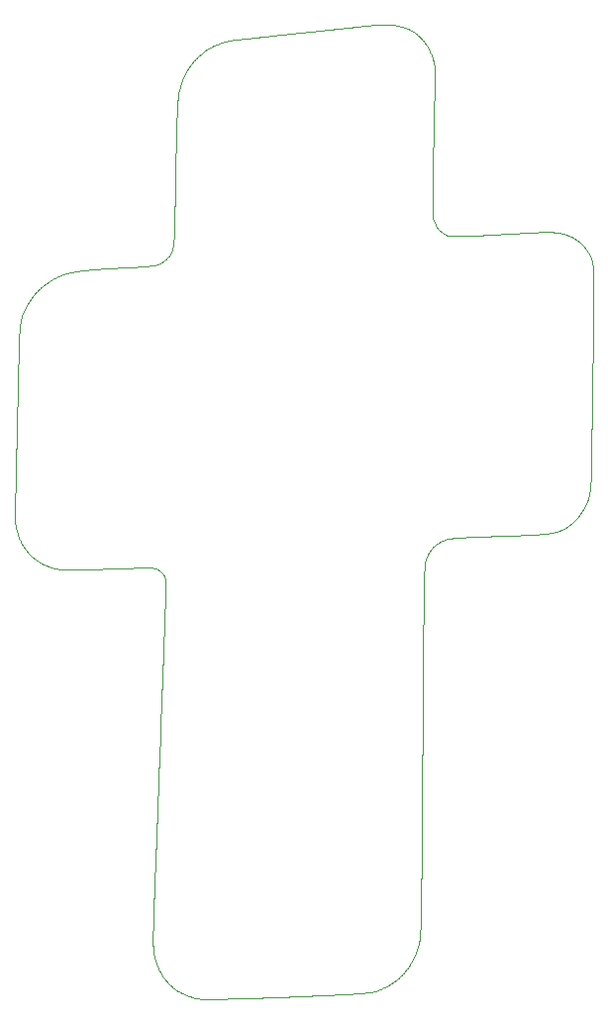
<source format=gm1>
G04 #@! TF.GenerationSoftware,KiCad,Pcbnew,5.1.2*
G04 #@! TF.CreationDate,2019-08-23T20:26:15-07:00*
G04 #@! TF.ProjectId,east-van,65617374-2d76-4616-9e2e-6b696361645f,rev?*
G04 #@! TF.SameCoordinates,PX50f5190PY28b17b0*
G04 #@! TF.FileFunction,Profile,NP*
%FSLAX46Y46*%
G04 Gerber Fmt 4.6, Leading zero omitted, Abs format (unit mm)*
G04 Created by KiCad (PCBNEW 5.1.2) date 2019-08-23 20:26:15*
%MOMM*%
%LPD*%
G04 APERTURE LIST*
%ADD10C,0.100000*%
G04 APERTURE END LIST*
D10*
X13025621Y-58090677D02*
X13029975Y-57994190D01*
X13029975Y-57994190D02*
X13034631Y-57889706D01*
X13034631Y-57889706D02*
X13038958Y-57791372D01*
X13038958Y-57791372D02*
X13043240Y-57693189D01*
X13043240Y-57693189D02*
X13047453Y-57595651D01*
X13047453Y-57595651D02*
X13052082Y-57487538D01*
X13052082Y-57487538D02*
X13056462Y-57384456D01*
X13056462Y-57384456D02*
X13060567Y-57287125D01*
X13060567Y-57287125D02*
X13064728Y-57187832D01*
X13064728Y-57187832D02*
X13068941Y-57086698D01*
X13068941Y-57086698D02*
X13073198Y-56983844D01*
X13073198Y-56983844D02*
X13077859Y-56870611D01*
X13077859Y-56870611D02*
X13082197Y-56764558D01*
X13082197Y-56764558D02*
X13086203Y-56666159D01*
X13086203Y-56666159D02*
X13090600Y-56557625D01*
X13090600Y-56557625D02*
X13095018Y-56447970D01*
X13095018Y-56447970D02*
X13099455Y-56337316D01*
X13099455Y-56337316D02*
X13103531Y-56235105D01*
X13103531Y-56235105D02*
X13108361Y-56113490D01*
X13108361Y-56113490D02*
X13112824Y-56000560D01*
X13112824Y-56000560D02*
X13117282Y-55887109D01*
X13117282Y-55887109D02*
X13121364Y-55782757D01*
X13121364Y-55782757D02*
X13125811Y-55668649D01*
X13125811Y-55668649D02*
X13130055Y-55559134D01*
X13130055Y-55559134D02*
X13135017Y-55430522D01*
X13135017Y-55430522D02*
X13139401Y-55316279D01*
X13139401Y-55316279D02*
X13143755Y-55202240D01*
X13143755Y-55202240D02*
X13148074Y-55088522D01*
X13148074Y-55088522D02*
X13152354Y-54975246D01*
X13152354Y-54975246D02*
X13156593Y-54862535D01*
X13156593Y-54862535D02*
X13160783Y-54750507D01*
X13160783Y-54750507D02*
X13164917Y-54639279D01*
X13164917Y-54639279D02*
X13168657Y-54538133D01*
X13168657Y-54538133D02*
X13172677Y-54428783D01*
X13172677Y-54428783D02*
X13176632Y-54320586D01*
X13176632Y-54320586D02*
X13180835Y-54204811D01*
X13180835Y-54204811D02*
X13184634Y-54099403D01*
X13184634Y-54099403D02*
X13188351Y-53995519D01*
X13188351Y-53995519D02*
X13191983Y-53893281D01*
X13191983Y-53893281D02*
X13195523Y-53792806D01*
X13195523Y-53792806D02*
X13198967Y-53694217D01*
X13198967Y-53694217D02*
X13200654Y-53645677D01*
X49220740Y-41421358D02*
X49187649Y-41489106D01*
X49187649Y-41489106D02*
X49153327Y-41555684D01*
X49153327Y-41555684D02*
X49117288Y-41622176D01*
X49117288Y-41622176D02*
X49080920Y-41686230D01*
X49080920Y-41686230D02*
X49041680Y-41752363D01*
X49041680Y-41752363D02*
X49001257Y-41817651D01*
X49001257Y-41817651D02*
X48960123Y-41881483D01*
X48960123Y-41881483D02*
X48919547Y-41942136D01*
X48919547Y-41942136D02*
X48874651Y-42006838D01*
X48874651Y-42006838D02*
X48830061Y-42068811D01*
X48830061Y-42068811D02*
X48786377Y-42127515D01*
X48786377Y-42127515D02*
X48740833Y-42186750D01*
X48740833Y-42186750D02*
X48696445Y-42242693D01*
X48696445Y-42242693D02*
X48649871Y-42299615D01*
X48649871Y-42299615D02*
X48603319Y-42354797D01*
X48603319Y-42354797D02*
X48555972Y-42409265D01*
X48555972Y-42409265D02*
X48505105Y-42466014D01*
X48505105Y-42466014D02*
X48456963Y-42518113D01*
X48456963Y-42518113D02*
X48407709Y-42569869D01*
X48407709Y-42569869D02*
X48356166Y-42622416D01*
X48356166Y-42622416D02*
X48304505Y-42673484D01*
X48304505Y-42673484D02*
X48253281Y-42722585D01*
X48253281Y-42722585D02*
X48200095Y-42771996D01*
X48200095Y-42771996D02*
X48140463Y-42825534D01*
X48140463Y-42825534D02*
X48084357Y-42874152D01*
X48084357Y-42874152D02*
X48029893Y-42919741D01*
X48029893Y-42919741D02*
X47973092Y-42965622D01*
X47973092Y-42965622D02*
X47916018Y-43010029D01*
X47916018Y-43010029D02*
X47858722Y-43052901D01*
X47858722Y-43052901D02*
X47799206Y-43095626D01*
X47799206Y-43095626D02*
X47739574Y-43136582D01*
X47739574Y-43136582D02*
X47677826Y-43177023D01*
X47677826Y-43177023D02*
X47616083Y-43215432D01*
X47616083Y-43215432D02*
X47552360Y-43252912D01*
X47552360Y-43252912D02*
X47486742Y-43289168D01*
X47486742Y-43289168D02*
X47419325Y-43323877D01*
X47419325Y-43323877D02*
X47399981Y-43333354D01*
X18578873Y-83495834D02*
X18442828Y-83498297D01*
X18442828Y-83498297D02*
X18324958Y-83500424D01*
X18324958Y-83500424D02*
X18223667Y-83502237D01*
X18223667Y-83502237D02*
X18101586Y-83504395D01*
X18101586Y-83504395D02*
X17984417Y-83506427D01*
X17984417Y-83506427D02*
X17872022Y-83508325D01*
X17872022Y-83508325D02*
X17769555Y-83509995D01*
X17769555Y-83509995D02*
X17666086Y-83511606D01*
X17666086Y-83511606D02*
X17566997Y-83513060D01*
X17566997Y-83513060D02*
X17462901Y-83514470D01*
X17462901Y-83514470D02*
X17363760Y-83515670D01*
X17363760Y-83515670D02*
X17261054Y-83516728D01*
X17261054Y-83516728D02*
X17155937Y-83517561D01*
X17155937Y-83517561D02*
X17049558Y-83518079D01*
X17049558Y-83518079D02*
X16948177Y-83518179D01*
X16948177Y-83518179D02*
X16848551Y-83517796D01*
X16848551Y-83517796D02*
X16746827Y-83516767D01*
X16746827Y-83516767D02*
X16647291Y-83514937D01*
X16647291Y-83514937D02*
X16548141Y-83512050D01*
X16548141Y-83512050D02*
X16452246Y-83507909D01*
X16452246Y-83507909D02*
X16357921Y-83502111D01*
X16357921Y-83502111D02*
X16262979Y-83493978D01*
X16262979Y-83493978D02*
X16173393Y-83483553D01*
X16173393Y-83483553D02*
X16086296Y-83470217D01*
X16086296Y-83470217D02*
X16002122Y-83453857D01*
X16002122Y-83453857D02*
X15919647Y-83434376D01*
X15919647Y-83434376D02*
X15840303Y-83412698D01*
X15840303Y-83412698D02*
X15763291Y-83389502D01*
X15763291Y-83389502D02*
X15684565Y-83364344D01*
X15684565Y-83364344D02*
X15602667Y-83337359D01*
X15602667Y-83337359D02*
X15561935Y-83323820D01*
X626896Y-43394240D02*
X606040Y-43312873D01*
X606040Y-43312873D02*
X586775Y-43230505D01*
X586775Y-43230505D02*
X570280Y-43146166D01*
X570280Y-43146166D02*
X556786Y-43057876D01*
X556786Y-43057876D02*
X546405Y-42967811D01*
X546405Y-42967811D02*
X538384Y-42874435D01*
X538384Y-42874435D02*
X532319Y-42779391D01*
X532319Y-42779391D02*
X527704Y-42681834D01*
X527704Y-42681834D02*
X524288Y-42583825D01*
X524288Y-42583825D02*
X521775Y-42484644D01*
X521775Y-42484644D02*
X520007Y-42386084D01*
X520007Y-42386084D02*
X518798Y-42285759D01*
X518798Y-42285759D02*
X518064Y-42184732D01*
X518064Y-42184732D02*
X517722Y-42081293D01*
X517722Y-42081293D02*
X517723Y-41979089D01*
X517723Y-41979089D02*
X518041Y-41867355D01*
X518041Y-41867355D02*
X518575Y-41765550D01*
X518575Y-41765550D02*
X519293Y-41665470D01*
X519293Y-41665470D02*
X520221Y-41560546D01*
X520221Y-41560546D02*
X521278Y-41458387D01*
X521278Y-41458387D02*
X522571Y-41347748D01*
X522571Y-41347748D02*
X523835Y-41249010D01*
X523835Y-41249010D02*
X525250Y-41146580D01*
X525250Y-41146580D02*
X526810Y-41040375D01*
X526810Y-41040375D02*
X528520Y-40930312D01*
X528520Y-40930312D02*
X530137Y-40830771D01*
X530137Y-40830771D02*
X532039Y-40718227D01*
X532039Y-40718227D02*
X533805Y-40617302D01*
X533805Y-40617302D02*
X535578Y-40518739D01*
X535578Y-40518739D02*
X537546Y-40412126D01*
X537546Y-40412126D02*
X539725Y-40296969D01*
X539725Y-40296969D02*
X541908Y-40184176D01*
X541908Y-40184176D02*
X543846Y-40085872D01*
X543846Y-40085872D02*
X546102Y-39973333D01*
X546102Y-39973333D02*
X548579Y-39851769D01*
X548579Y-39851769D02*
X550637Y-39752200D01*
X550637Y-39752200D02*
X552896Y-39644113D01*
X552896Y-39644113D02*
X555515Y-39520494D01*
X555515Y-39520494D02*
X557649Y-39420756D01*
X557649Y-39420756D02*
X559991Y-39312275D01*
X559991Y-39312275D02*
X562554Y-39194612D01*
X562554Y-39194612D02*
X564723Y-39095849D01*
X564723Y-39095849D02*
X566943Y-38995333D01*
X566943Y-38995333D02*
X569878Y-38863592D01*
X569878Y-38863592D02*
X572557Y-38744040D01*
X572557Y-38744040D02*
X575307Y-38622172D01*
X575307Y-38622172D02*
X577768Y-38513600D01*
X577768Y-38513600D02*
X581014Y-38371391D01*
X581014Y-38371391D02*
X583596Y-38258658D01*
X583596Y-38258658D02*
X585852Y-38160577D01*
X585852Y-38160577D02*
X588535Y-38044441D01*
X588535Y-38044441D02*
X591665Y-37909392D01*
X591665Y-37909392D02*
X594463Y-37789172D01*
X594463Y-37789172D02*
X596902Y-37684620D01*
X596902Y-37684620D02*
X599380Y-37578653D01*
X599380Y-37578653D02*
X601898Y-37471259D01*
X601898Y-37471259D02*
X604887Y-37344168D01*
X604887Y-37344168D02*
X608368Y-37196482D01*
X608368Y-37196482D02*
X611918Y-37046193D01*
X611918Y-37046193D02*
X615539Y-36893277D01*
X615539Y-36893277D02*
X619230Y-36737708D01*
X619230Y-36737708D02*
X622995Y-36579463D01*
X622995Y-36579463D02*
X626828Y-36418516D01*
X626828Y-36418516D02*
X630733Y-36254844D01*
X630733Y-36254844D02*
X635713Y-36046469D01*
X635713Y-36046469D02*
X639778Y-35876571D01*
X639778Y-35876571D02*
X642874Y-35747218D01*
X642874Y-35747218D02*
X647065Y-35572390D01*
X647065Y-35572390D02*
X652400Y-35349934D01*
X652400Y-35349934D02*
X656752Y-35168658D01*
X656752Y-35168658D02*
X661175Y-34984474D01*
X661175Y-34984474D02*
X664543Y-34844321D01*
X664543Y-34844321D02*
X667378Y-34726313D01*
X667378Y-34726313D02*
X670239Y-34607287D01*
X670239Y-34607287D02*
X672554Y-34511010D01*
X672554Y-34511010D02*
X675348Y-34394451D01*
X675348Y-34394451D02*
X678184Y-34275966D01*
X678184Y-34275966D02*
X681318Y-34144632D01*
X681318Y-34144632D02*
X683958Y-34033669D01*
X683958Y-34033669D02*
X686624Y-33921347D01*
X686624Y-33921347D02*
X689855Y-33784990D01*
X689855Y-33784990D02*
X693113Y-33647028D01*
X693113Y-33647028D02*
X696398Y-33507613D01*
X696398Y-33507613D02*
X699705Y-33366899D01*
X699705Y-33366899D02*
X703032Y-33225036D01*
X703032Y-33225036D02*
X706376Y-33082180D01*
X706376Y-33082180D02*
X709729Y-32938477D01*
X709729Y-32938477D02*
X712531Y-32818201D01*
X712531Y-32818201D02*
X715337Y-32697516D01*
X715337Y-32697516D02*
X719270Y-32528081D01*
X719270Y-32528081D02*
X721796Y-32418950D01*
X721796Y-32418950D02*
X724392Y-32306707D01*
X724392Y-32306707D02*
X728242Y-32139848D01*
X728242Y-32139848D02*
X731034Y-32018606D01*
X731034Y-32018606D02*
X734926Y-31849199D01*
X734926Y-31849199D02*
X737693Y-31728564D01*
X737693Y-31728564D02*
X741543Y-31560352D01*
X741543Y-31560352D02*
X744271Y-31440831D01*
X744271Y-31440831D02*
X747249Y-31310061D01*
X747249Y-31310061D02*
X749935Y-31191919D01*
X749935Y-31191919D02*
X752336Y-31086250D01*
X752336Y-31086250D02*
X756025Y-30923360D01*
X756025Y-30923360D02*
X759146Y-30785276D01*
X759146Y-30785276D02*
X762222Y-30648783D01*
X762222Y-30648783D02*
X764752Y-30536340D01*
X764752Y-30536340D02*
X767245Y-30425248D01*
X767245Y-30425248D02*
X770674Y-30272005D01*
X770674Y-30272005D02*
X773075Y-30164396D01*
X773075Y-30164396D02*
X776370Y-30016373D01*
X776370Y-30016373D02*
X779575Y-29871794D01*
X779575Y-29871794D02*
X782251Y-29750712D01*
X782251Y-29750712D02*
X784854Y-29632438D01*
X784854Y-29632438D02*
X788210Y-29479374D01*
X788210Y-29479374D02*
X790633Y-29368249D01*
X790633Y-29368249D02*
X792975Y-29260441D01*
X792975Y-29260441D02*
X795415Y-29147584D01*
X795415Y-29147584D02*
X797750Y-29038913D01*
X797750Y-29038913D02*
X800138Y-28926999D01*
X800138Y-28926999D02*
X801123Y-28880677D01*
X13330765Y-50089677D02*
X13335654Y-49970647D01*
X13335654Y-49970647D02*
X13339583Y-49874386D01*
X13339583Y-49874386D02*
X13343622Y-49774575D01*
X13343622Y-49774575D02*
X13347742Y-49671716D01*
X13347742Y-49671716D02*
X13352355Y-49554840D01*
X13352355Y-49554840D02*
X13356714Y-49442335D01*
X13356714Y-49442335D02*
X13360616Y-49339419D01*
X13360616Y-49339419D02*
X13364466Y-49235150D01*
X13364466Y-49235150D02*
X13368048Y-49134954D01*
X13368048Y-49134954D02*
X13371676Y-49029329D01*
X13371676Y-49029329D02*
X13374969Y-48928381D01*
X13374969Y-48928381D02*
X13378171Y-48823432D01*
X13378171Y-48823432D02*
X13380964Y-48723718D01*
X13380964Y-48723718D02*
X13383511Y-48621397D01*
X13383511Y-48621397D02*
X13385693Y-48517599D01*
X13385693Y-48517599D02*
X13387371Y-48413435D01*
X13387371Y-48413435D02*
X13388390Y-48309992D01*
X13388390Y-48309992D02*
X13388586Y-48209023D01*
X13388586Y-48209023D02*
X13387751Y-48108019D01*
X13387751Y-48108019D02*
X13385545Y-48007372D01*
X13385545Y-48007372D02*
X13381662Y-47910473D01*
X13381662Y-47910473D02*
X13375601Y-47816445D01*
X13375601Y-47816445D02*
X13366542Y-47724192D01*
X13366542Y-47724192D02*
X13353723Y-47635974D01*
X13353723Y-47635974D02*
X13336310Y-47553023D01*
X13336310Y-47553023D02*
X13313504Y-47475626D01*
X13313504Y-47475626D02*
X13284409Y-47402327D01*
X13284409Y-47402327D02*
X13250741Y-47335070D01*
X13250741Y-47335070D02*
X13213507Y-47271118D01*
X13213507Y-47271118D02*
X13208051Y-47262244D01*
X36276363Y-3306197D02*
X36298117Y-3385415D01*
X36298117Y-3385415D02*
X36317199Y-3466848D01*
X36317199Y-3466848D02*
X36333502Y-3553487D01*
X36333502Y-3553487D02*
X36346312Y-3641725D01*
X36346312Y-3641725D02*
X36356272Y-3732121D01*
X36356272Y-3732121D02*
X36364027Y-3825606D01*
X36364027Y-3825606D02*
X36369948Y-3920932D01*
X36369948Y-3920932D02*
X36374399Y-4016974D01*
X36374399Y-4016974D02*
X36377771Y-4115536D01*
X36377771Y-4115536D02*
X36380250Y-4216198D01*
X36380250Y-4216198D02*
X36381943Y-4315040D01*
X36381943Y-4315040D02*
X36383073Y-4415933D01*
X36383073Y-4415933D02*
X36383710Y-4516523D01*
X36383710Y-4516523D02*
X36383949Y-4619503D01*
X36383949Y-4619503D02*
X36383839Y-4724947D01*
X36383839Y-4724947D02*
X36383428Y-4830567D01*
X36383428Y-4830567D02*
X36382798Y-4931704D01*
X36382798Y-4931704D02*
X36381924Y-5037884D01*
X36381924Y-5037884D02*
X36380932Y-5137898D01*
X36380932Y-5137898D02*
X36379745Y-5242250D01*
X36379745Y-5242250D02*
X36378365Y-5351065D01*
X36378365Y-5351065D02*
X36376976Y-5451630D01*
X36376976Y-5451630D02*
X36375438Y-5555901D01*
X36375438Y-5555901D02*
X36373750Y-5663961D01*
X36373750Y-5663961D02*
X36371912Y-5775897D01*
X36371912Y-5775897D02*
X36370182Y-5877081D01*
X36370182Y-5877081D02*
X36368340Y-5981354D01*
X36368340Y-5981354D02*
X36366384Y-6088770D01*
X36366384Y-6088770D02*
X36364316Y-6199387D01*
X36364316Y-6199387D02*
X36362139Y-6313260D01*
X36362139Y-6313260D02*
X36360183Y-6413501D01*
X36360183Y-6413501D02*
X36358148Y-6516213D01*
X36358148Y-6516213D02*
X36356030Y-6621430D01*
X36356030Y-6621430D02*
X36353832Y-6729188D01*
X36353832Y-6729188D02*
X36351362Y-6848827D01*
X36351362Y-6848827D02*
X36348997Y-6961995D01*
X36348997Y-6961995D02*
X36346554Y-7077814D01*
X36346554Y-7077814D02*
X36344032Y-7196320D01*
X36344032Y-7196320D02*
X36341432Y-7317549D01*
X36341432Y-7317549D02*
X36338755Y-7441537D01*
X36338755Y-7441537D02*
X36335998Y-7568318D01*
X36335998Y-7568318D02*
X36333163Y-7697930D01*
X36333163Y-7697930D02*
X36330252Y-7830407D01*
X36330252Y-7830407D02*
X36327265Y-7965785D01*
X36327265Y-7965785D02*
X36324202Y-8104100D01*
X36324202Y-8104100D02*
X36323684Y-8127455D01*
X19520483Y-1490594D02*
X19616890Y-1480357D01*
X19616890Y-1480357D02*
X19720314Y-1469365D01*
X19720314Y-1469365D02*
X19813565Y-1459442D01*
X19813565Y-1459442D02*
X19913632Y-1448779D01*
X19913632Y-1448779D02*
X20020138Y-1437414D01*
X20020138Y-1437414D02*
X20140673Y-1424530D01*
X20140673Y-1424530D02*
X20235332Y-1414395D01*
X20235332Y-1414395D02*
X20328477Y-1404405D01*
X20328477Y-1404405D02*
X20420155Y-1394556D01*
X20420155Y-1394556D02*
X20517871Y-1384039D01*
X20517871Y-1384039D02*
X20628647Y-1372091D01*
X20628647Y-1372091D02*
X20744563Y-1359558D01*
X20744563Y-1359558D02*
X20858282Y-1347230D01*
X20858282Y-1347230D02*
X20962999Y-1335848D01*
X20962999Y-1335848D02*
X21059174Y-1325367D01*
X21059174Y-1325367D02*
X21160637Y-1314280D01*
X21160637Y-1314280D02*
X21267159Y-1302605D01*
X21267159Y-1302605D02*
X21365528Y-1291792D01*
X21365528Y-1291792D02*
X21456126Y-1281804D01*
X21456126Y-1281804D02*
X21551984Y-1271204D01*
X21551984Y-1271204D02*
X21652955Y-1260001D01*
X21652955Y-1260001D02*
X21746516Y-1249584D01*
X21746516Y-1249584D02*
X21851400Y-1237869D01*
X21851400Y-1237869D02*
X21949110Y-1226913D01*
X21949110Y-1226913D02*
X22045971Y-1216014D01*
X22045971Y-1216014D02*
X22142094Y-1205159D01*
X22142094Y-1205159D02*
X22237601Y-1194336D01*
X22237601Y-1194336D02*
X22332603Y-1183529D01*
X22332603Y-1183529D02*
X22427223Y-1172726D01*
X22427223Y-1172726D02*
X22521574Y-1161917D01*
X22521574Y-1161917D02*
X22621662Y-1150409D01*
X22621662Y-1150409D02*
X22739383Y-1136819D01*
X22739383Y-1136819D02*
X22851389Y-1123836D01*
X22851389Y-1123836D02*
X22951908Y-1112141D01*
X22951908Y-1112141D02*
X22981551Y-1108687D01*
X12678141Y-46779306D02*
X12610177Y-46745601D01*
X12610177Y-46745601D02*
X12539681Y-46715258D01*
X12539681Y-46715258D02*
X12463514Y-46690479D01*
X12463514Y-46690479D02*
X12380859Y-46672180D01*
X12380859Y-46672180D02*
X12292828Y-46659563D01*
X12292828Y-46659563D02*
X12200766Y-46651180D01*
X12200766Y-46651180D02*
X12104982Y-46645763D01*
X12104982Y-46645763D02*
X12007162Y-46642504D01*
X12007162Y-46642504D02*
X11907040Y-46640777D01*
X11907040Y-46640777D02*
X11806118Y-46640198D01*
X11806118Y-46640198D02*
X11705647Y-46640458D01*
X11705647Y-46640458D02*
X11603019Y-46641371D01*
X11603019Y-46641371D02*
X11499444Y-46642795D01*
X11499444Y-46642795D02*
X11396191Y-46644603D01*
X11396191Y-46644603D02*
X11294564Y-46646682D01*
X11294564Y-46646682D02*
X11195870Y-46648931D01*
X11195870Y-46648931D02*
X11091689Y-46651500D01*
X11091689Y-46651500D02*
X10992059Y-46654108D01*
X10992059Y-46654108D02*
X10887604Y-46656979D01*
X10887604Y-46656979D02*
X10789355Y-46659781D01*
X10789355Y-46659781D02*
X10675347Y-46663134D01*
X10675347Y-46663134D02*
X10574344Y-46666181D01*
X10574344Y-46666181D02*
X10475749Y-46669212D01*
X10475749Y-46669212D02*
X10373662Y-46672400D01*
X10373662Y-46672400D02*
X10268009Y-46675741D01*
X10268009Y-46675741D02*
X10165654Y-46679014D01*
X10165654Y-46679014D02*
X10045732Y-46682884D01*
X10045732Y-46682884D02*
X9936366Y-46686439D01*
X9936366Y-46686439D02*
X9838867Y-46689626D01*
X9838867Y-46689626D02*
X9715319Y-46693682D01*
X9715319Y-46693682D02*
X9571610Y-46698418D01*
X9571610Y-46698418D02*
X9439539Y-46702782D01*
X9439539Y-46702782D02*
X9405838Y-46703897D01*
X12784017Y-64694677D02*
X12787402Y-64592957D01*
X12787402Y-64592957D02*
X12791129Y-64482795D01*
X12791129Y-64482795D02*
X12794649Y-64380351D01*
X12794649Y-64380351D02*
X12798072Y-64282146D01*
X12798072Y-64282146D02*
X12801554Y-64183707D01*
X12801554Y-64183707D02*
X12805092Y-64085123D01*
X12805092Y-64085123D02*
X12808701Y-63985947D01*
X12808701Y-63985947D02*
X12812684Y-63878240D01*
X12812684Y-63878240D02*
X12816534Y-63775722D01*
X12816534Y-63775722D02*
X12820387Y-63674661D01*
X12820387Y-63674661D02*
X12824240Y-63575142D01*
X12824240Y-63575142D02*
X12828087Y-63477239D01*
X12828087Y-63477239D02*
X12831929Y-63381040D01*
X12831929Y-63381040D02*
X12836395Y-63271066D01*
X12836395Y-63271066D02*
X12840841Y-63163649D01*
X12840841Y-63163649D02*
X12845260Y-63058918D01*
X12845260Y-63058918D02*
X12849645Y-62956998D01*
X12849645Y-62956998D02*
X12853990Y-62858023D01*
X12853990Y-62858023D02*
X12858288Y-62762119D01*
X12858288Y-62762119D02*
X12862986Y-62659682D01*
X12862986Y-62659682D02*
X12867908Y-62555139D01*
X12867908Y-62555139D02*
X12872594Y-62458401D01*
X12872594Y-62458401D02*
X12877753Y-62355270D01*
X12877753Y-62355270D02*
X12882918Y-62255843D01*
X12882918Y-62255843D02*
X12888190Y-62158564D01*
X12888190Y-62158564D02*
X12893917Y-62058522D01*
X12893917Y-62058522D02*
X12899743Y-61963576D01*
X12899743Y-61963576D02*
X12906250Y-61867336D01*
X12906250Y-61867336D02*
X12913659Y-61774371D01*
X12913659Y-61774371D02*
X12924892Y-61689010D01*
X12609738Y-69478344D02*
X12614185Y-69370386D01*
X12614185Y-69370386D02*
X12618572Y-69262431D01*
X12618572Y-69262431D02*
X12622558Y-69163168D01*
X12622558Y-69163168D02*
X12626676Y-69059638D01*
X12626676Y-69059638D02*
X12630764Y-68955951D01*
X12630764Y-68955951D02*
X12635593Y-68832502D01*
X12635593Y-68832502D02*
X12639423Y-68733842D01*
X12639423Y-68733842D02*
X12643328Y-68632641D01*
X12643328Y-68632641D02*
X12647639Y-68520280D01*
X12647639Y-68520280D02*
X12651344Y-68423127D01*
X12651344Y-68423127D02*
X12655446Y-68315074D01*
X12655446Y-68315074D02*
X12659256Y-68214237D01*
X12659256Y-68214237D02*
X12663812Y-68093023D01*
X12663812Y-68093023D02*
X12668068Y-67979284D01*
X12668068Y-67979284D02*
X12672006Y-67873576D01*
X12672006Y-67873576D02*
X12676700Y-67747024D01*
X12676700Y-67747024D02*
X12681068Y-67628762D01*
X12681068Y-67628762D02*
X12685464Y-67509250D01*
X12685464Y-67509250D02*
X12689883Y-67388620D01*
X12689883Y-67388620D02*
X12694321Y-67266999D01*
X12694321Y-67266999D02*
X12698770Y-67144516D01*
X12698770Y-67144516D02*
X12703230Y-67021302D01*
X12703230Y-67021302D02*
X12707693Y-66897485D01*
X12707693Y-66897485D02*
X12711598Y-66788751D01*
X12711598Y-66788751D02*
X12715129Y-66690137D01*
X12715129Y-66690137D02*
X12719581Y-66565346D01*
X12719581Y-66565346D02*
X12724019Y-66440428D01*
X12724019Y-66440428D02*
X12728441Y-66315513D01*
X12728441Y-66315513D02*
X12732840Y-66190726D01*
X12732840Y-66190726D02*
X12737212Y-66066200D01*
X12737212Y-66066200D02*
X12741553Y-65942065D01*
X12741553Y-65942065D02*
X12745498Y-65828726D01*
X12745498Y-65828726D02*
X12749055Y-65726152D01*
X12749055Y-65726152D02*
X12752934Y-65613919D01*
X12752934Y-65613919D02*
X12757117Y-65492316D01*
X12757117Y-65492316D02*
X12760904Y-65381719D01*
X12760904Y-65381719D02*
X12764305Y-65281981D01*
X12764305Y-65281981D02*
X12767662Y-65183089D01*
X12767662Y-65183089D02*
X12771630Y-65065644D01*
X12771630Y-65065644D02*
X12774883Y-64968880D01*
X12774883Y-64968880D02*
X12778403Y-64863691D01*
X12778403Y-64863691D02*
X12782165Y-64750561D01*
X12782165Y-64750561D02*
X12784017Y-64694677D01*
X35734806Y-45683147D02*
X35703026Y-45752221D01*
X35703026Y-45752221D02*
X35671899Y-45822992D01*
X35671899Y-45822992D02*
X35642748Y-45896201D01*
X35642748Y-45896201D02*
X35616642Y-45973393D01*
X35616642Y-45973393D02*
X35594980Y-46052920D01*
X35594980Y-46052920D02*
X35577289Y-46135808D01*
X35577289Y-46135808D02*
X35562974Y-46221882D01*
X35562974Y-46221882D02*
X35551343Y-46310856D01*
X35551343Y-46310856D02*
X35541682Y-46403376D01*
X35541682Y-46403376D02*
X35533552Y-46499113D01*
X35533552Y-46499113D02*
X35526930Y-46592839D01*
X35526930Y-46592839D02*
X35521236Y-46687508D01*
X35521236Y-46687508D02*
X35516226Y-46783707D01*
X35516226Y-46783707D02*
X35511701Y-46882528D01*
X35511701Y-46882528D02*
X35507721Y-46979939D01*
X35507721Y-46979939D02*
X35503988Y-47081056D01*
X35503988Y-47081056D02*
X35500619Y-47180798D01*
X35500619Y-47180798D02*
X35497320Y-47286511D01*
X35497320Y-47286511D02*
X35494407Y-47386482D01*
X35494407Y-47386482D02*
X35491651Y-47486603D01*
X35491651Y-47486603D02*
X35488974Y-47588948D01*
X35488974Y-47588948D02*
X35486427Y-47690562D01*
X35486427Y-47690562D02*
X35483868Y-47796590D01*
X35483868Y-47796590D02*
X35481559Y-47895277D01*
X35481559Y-47895277D02*
X35478811Y-48016137D01*
X35478811Y-48016137D02*
X35476436Y-48123008D01*
X35476436Y-48123008D02*
X35473734Y-48247050D01*
X35473734Y-48247050D02*
X35471412Y-48355369D01*
X35471412Y-48355369D02*
X35469039Y-48467292D01*
X35469039Y-48467292D02*
X35466610Y-48582888D01*
X35466610Y-48582888D02*
X35464120Y-48702229D01*
X35464120Y-48702229D02*
X35461885Y-48809752D01*
X35461885Y-48809752D02*
X35459925Y-48904344D01*
X3476301Y-46572396D02*
X3400238Y-46546241D01*
X3400238Y-46546241D02*
X3324580Y-46518862D01*
X3324580Y-46518862D02*
X3250908Y-46490841D01*
X3250908Y-46490841D02*
X3178668Y-46462014D01*
X3178668Y-46462014D02*
X3103789Y-46430668D01*
X3103789Y-46430668D02*
X3032908Y-46399565D01*
X3032908Y-46399565D02*
X2963442Y-46367680D01*
X2963442Y-46367680D02*
X2895367Y-46335031D01*
X2895367Y-46335031D02*
X2827231Y-46300909D01*
X2827231Y-46300909D02*
X2760487Y-46266024D01*
X2760487Y-46266024D02*
X2689054Y-46227022D01*
X2689054Y-46227022D02*
X2624209Y-46190057D01*
X2624209Y-46190057D02*
X2560275Y-46152096D01*
X2560275Y-46152096D02*
X2497256Y-46113141D01*
X2497256Y-46113141D02*
X2432061Y-46071161D01*
X2432061Y-46071161D02*
X2369610Y-46029276D01*
X2369610Y-46029276D02*
X2310241Y-45987870D01*
X2310241Y-45987870D02*
X2252183Y-45945810D01*
X2252183Y-45945810D02*
X2194171Y-45902162D01*
X2194171Y-45902162D02*
X2137059Y-45857536D01*
X2137059Y-45857536D02*
X2081653Y-45812595D01*
X2081653Y-45812595D02*
X2025938Y-45765690D01*
X2025938Y-45765690D02*
X1971525Y-45718138D01*
X1971525Y-45718138D02*
X1918783Y-45670316D01*
X1918783Y-45670316D02*
X1865792Y-45620467D01*
X1865792Y-45620467D02*
X1814084Y-45569994D01*
X1814084Y-45569994D02*
X1764007Y-45519296D01*
X1764007Y-45519296D02*
X1713741Y-45466509D01*
X1713741Y-45466509D02*
X1664745Y-45413122D01*
X1664745Y-45413122D02*
X1617340Y-45359551D01*
X1617340Y-45359551D02*
X1571153Y-45305437D01*
X1571153Y-45305437D02*
X1523523Y-45247532D01*
X1523523Y-45247532D02*
X1478793Y-45191095D01*
X1478793Y-45191095D02*
X1435264Y-45134136D01*
X1435264Y-45134136D02*
X1391361Y-45074530D01*
X1391361Y-45074530D02*
X1349596Y-45015687D01*
X1349596Y-45015687D02*
X1307514Y-44954145D01*
X1307514Y-44954145D02*
X1266644Y-44892067D01*
X1266644Y-44892067D02*
X1224980Y-44826280D01*
X1224980Y-44826280D02*
X1187083Y-44764084D01*
X1187083Y-44764084D02*
X1149501Y-44700034D01*
X1149501Y-44700034D02*
X1113074Y-44635523D01*
X1113074Y-44635523D02*
X1074679Y-44564755D01*
X1074679Y-44564755D02*
X1039817Y-44497830D01*
X1039817Y-44497830D02*
X1005108Y-44428468D01*
X1005108Y-44428468D02*
X971562Y-44358633D01*
X971562Y-44358633D02*
X939397Y-44288863D01*
X939397Y-44288863D02*
X908347Y-44218678D01*
X908347Y-44218678D02*
X877515Y-44145991D01*
X877515Y-44145991D02*
X848022Y-44073408D01*
X848022Y-44073408D02*
X818190Y-43996651D01*
X818190Y-43996651D02*
X790520Y-43922162D01*
X790520Y-43922162D02*
X763934Y-43847290D01*
X763934Y-43847290D02*
X736185Y-43765333D01*
X736185Y-43765333D02*
X711250Y-43687985D01*
X711250Y-43687985D02*
X687377Y-43610279D01*
X687377Y-43610279D02*
X663228Y-43527585D01*
X663228Y-43527585D02*
X641005Y-43447412D01*
X641005Y-43447412D02*
X626896Y-43394240D01*
X801123Y-28880677D02*
X803397Y-28774478D01*
X803397Y-28774478D02*
X805858Y-28662476D01*
X805858Y-28662476D02*
X808113Y-28562580D01*
X808113Y-28562580D02*
X810471Y-28460856D01*
X810471Y-28460856D02*
X812987Y-28355660D01*
X812987Y-28355660D02*
X815617Y-28249145D01*
X815617Y-28249145D02*
X818190Y-28148619D01*
X818190Y-28148619D02*
X820935Y-28045128D01*
X820935Y-28045128D02*
X823725Y-27944081D01*
X823725Y-27944081D02*
X826658Y-27842135D01*
X826658Y-27842135D02*
X829944Y-27733062D01*
X829944Y-27733062D02*
X833150Y-27631659D01*
X833150Y-27631659D02*
X836456Y-27532160D01*
X836456Y-27532160D02*
X839897Y-27433832D01*
X839897Y-27433832D02*
X843562Y-27334584D01*
X843562Y-27334584D02*
X847669Y-27229781D01*
X847669Y-27229781D02*
X851790Y-27130940D01*
X851790Y-27130940D02*
X856162Y-27032488D01*
X856162Y-27032488D02*
X860935Y-26932062D01*
X860935Y-26932062D02*
X865883Y-26834981D01*
X865883Y-26834981D02*
X871152Y-26738781D01*
X871152Y-26738781D02*
X876838Y-26642467D01*
X876838Y-26642467D02*
X882909Y-26547402D01*
X882909Y-26547402D02*
X889622Y-26450543D01*
X889622Y-26450543D02*
X896883Y-26354405D01*
X896883Y-26354405D02*
X904707Y-26259692D01*
X904707Y-26259692D02*
X913004Y-26167927D01*
X913004Y-26167927D02*
X922231Y-26075039D01*
X922231Y-26075039D02*
X932090Y-25984880D01*
X932090Y-25984880D02*
X942995Y-25894548D01*
X942995Y-25894548D02*
X955222Y-25803192D01*
X955222Y-25803192D02*
X968281Y-25715307D01*
X968281Y-25715307D02*
X982598Y-25628558D01*
X982598Y-25628558D02*
X998296Y-25542998D01*
X998296Y-25542998D02*
X1015508Y-25458622D01*
X1015508Y-25458622D02*
X1034822Y-25373504D01*
X1034822Y-25373504D02*
X1055070Y-25293055D01*
X1055070Y-25293055D02*
X1076909Y-25214352D01*
X1076909Y-25214352D02*
X1101170Y-25134796D01*
X1101170Y-25134796D02*
X1126785Y-25057916D01*
X1126785Y-25057916D02*
X1153982Y-24982581D01*
X1153982Y-24982581D02*
X1181974Y-24910343D01*
X1181974Y-24910343D02*
X1212918Y-24835354D01*
X1212918Y-24835354D02*
X1245679Y-24760228D01*
X1245679Y-24760228D02*
X1256694Y-24735767D01*
X46880434Y-17997212D02*
X46967429Y-18010563D01*
X46967429Y-18010563D02*
X47054622Y-18025717D01*
X47054622Y-18025717D02*
X47141417Y-18042608D01*
X47141417Y-18042608D02*
X47231513Y-18062104D01*
X47231513Y-18062104D02*
X47313151Y-18081543D01*
X47313151Y-18081543D02*
X47392821Y-18102189D01*
X47392821Y-18102189D02*
X47475697Y-18125476D01*
X47475697Y-18125476D02*
X47552968Y-18148902D01*
X47552968Y-18148902D02*
X47630315Y-18174062D01*
X47630315Y-18174062D02*
X47707686Y-18201001D01*
X47707686Y-18201001D02*
X47783067Y-18229008D01*
X47783067Y-18229008D02*
X47855035Y-18257430D01*
X47855035Y-18257430D02*
X47927966Y-18287969D01*
X47927966Y-18287969D02*
X47997533Y-18318792D01*
X47997533Y-18318792D02*
X48065678Y-18350650D01*
X48065678Y-18350650D02*
X48133325Y-18383971D01*
X48133325Y-18383971D02*
X48200435Y-18418764D01*
X48200435Y-18418764D02*
X48265206Y-18454056D01*
X48265206Y-18454056D02*
X48331612Y-18492066D01*
X48331612Y-18492066D02*
X48396946Y-18531348D01*
X48396946Y-18531348D02*
X48458652Y-18570252D01*
X48458652Y-18570252D02*
X48518925Y-18610026D01*
X48518925Y-18610026D02*
X48581444Y-18653230D01*
X48581444Y-18653230D02*
X48640017Y-18695602D01*
X48640017Y-18695602D02*
X48697928Y-18739396D01*
X48697928Y-18739396D02*
X48753986Y-18783692D01*
X48753986Y-18783692D02*
X48808980Y-18829075D01*
X48808980Y-18829075D02*
X48862898Y-18875530D01*
X48862898Y-18875530D02*
X48916091Y-18923383D01*
X48916091Y-18923383D02*
X48967813Y-18971961D01*
X48967813Y-18971961D02*
X49018424Y-19021584D01*
X49018424Y-19021584D02*
X49067913Y-19072244D01*
X49067913Y-19072244D02*
X49116265Y-19123924D01*
X49116265Y-19123924D02*
X49164768Y-19178101D01*
X49164768Y-19178101D02*
X49213306Y-19234843D01*
X49213306Y-19234843D02*
X49259314Y-19291156D01*
X49259314Y-19291156D02*
X49303176Y-19347332D01*
X49303176Y-19347332D02*
X49348724Y-19408477D01*
X49348724Y-19408477D02*
X49390908Y-19467902D01*
X49390908Y-19467902D02*
X49431804Y-19528328D01*
X49431804Y-19528328D02*
X49472452Y-19591429D01*
X49472452Y-19591429D02*
X49512725Y-19657262D01*
X49512725Y-19657262D02*
X49549572Y-19720721D01*
X49549572Y-19720721D02*
X49586016Y-19786896D01*
X49586016Y-19786896D02*
X49620807Y-19853626D01*
X49620807Y-19853626D02*
X49655474Y-19924046D01*
X49655474Y-19924046D02*
X49687555Y-19993219D01*
X49687555Y-19993219D02*
X49718167Y-20063358D01*
X49718167Y-20063358D02*
X49747294Y-20134451D01*
X49747294Y-20134451D02*
X49775984Y-20209350D01*
X49775984Y-20209350D02*
X49802376Y-20283322D01*
X49802376Y-20283322D02*
X49827357Y-20358727D01*
X49827357Y-20358727D02*
X49851029Y-20436067D01*
X49851029Y-20436067D02*
X49873177Y-20514865D01*
X49873177Y-20514865D02*
X49880098Y-20541010D01*
X15561946Y-83323820D02*
X15486017Y-83298245D01*
X15486017Y-83298245D02*
X15409504Y-83271794D01*
X15409504Y-83271794D02*
X15333762Y-83244860D01*
X15333762Y-83244860D02*
X15257623Y-83216958D01*
X15257623Y-83216958D02*
X15182358Y-83188466D01*
X15182358Y-83188466D02*
X15109673Y-83160003D01*
X15109673Y-83160003D02*
X15036687Y-83130388D01*
X15036687Y-83130388D02*
X14965095Y-83100229D01*
X14965095Y-83100229D02*
X14891193Y-83067828D01*
X14891193Y-83067828D02*
X14817243Y-83033988D01*
X14817243Y-83033988D02*
X14749213Y-83001483D01*
X14749213Y-83001483D02*
X14680908Y-82967404D01*
X14680908Y-82967404D02*
X14614712Y-82932881D01*
X14614712Y-82932881D02*
X14548179Y-82896579D01*
X14548179Y-82896579D02*
X14484018Y-82859938D01*
X14484018Y-82859938D02*
X14420727Y-82822111D01*
X14420727Y-82822111D02*
X14356916Y-82782180D01*
X14356916Y-82782180D02*
X14295111Y-82741687D01*
X14295111Y-82741687D02*
X14232627Y-82698848D01*
X14232627Y-82698848D02*
X14173954Y-82656806D01*
X14173954Y-82656806D02*
X14113959Y-82611938D01*
X14113959Y-82611938D02*
X14057437Y-82567888D01*
X14057437Y-82567888D02*
X14001384Y-82522472D01*
X14001384Y-82522472D02*
X13946889Y-82476647D01*
X13946889Y-82476647D02*
X13891837Y-82428681D01*
X13891837Y-82428681D02*
X13837716Y-82379900D01*
X13837716Y-82379900D02*
X13783627Y-82329560D01*
X13783627Y-82329560D02*
X13731852Y-82279925D01*
X13731852Y-82279925D02*
X13680718Y-82229553D01*
X13680718Y-82229553D02*
X13630952Y-82179283D01*
X13630952Y-82179283D02*
X13615647Y-82163585D01*
X35350946Y-60668549D02*
X35350307Y-60779037D01*
X35350307Y-60779037D02*
X35349456Y-60925689D01*
X35349456Y-60925689D02*
X35348821Y-61035210D01*
X35348821Y-61035210D02*
X35348186Y-61144262D01*
X35348186Y-61144262D02*
X35347340Y-61289045D01*
X35347340Y-61289045D02*
X35346283Y-61468997D01*
X35346283Y-61468997D02*
X35345650Y-61576373D01*
X35345650Y-61576373D02*
X35344809Y-61718922D01*
X35344809Y-61718922D02*
X35343758Y-61896092D01*
X35343758Y-61896092D02*
X35342918Y-62036977D01*
X35342918Y-62036977D02*
X35342079Y-62177126D01*
X35342079Y-62177126D02*
X35341242Y-62316539D01*
X35341242Y-62316539D02*
X35340615Y-62420595D01*
X35340615Y-62420595D02*
X35339779Y-62558724D01*
X35339779Y-62558724D02*
X35338945Y-62696124D01*
X35338945Y-62696124D02*
X35338111Y-62832795D01*
X35338111Y-62832795D02*
X35337072Y-63002633D01*
X35337072Y-63002633D02*
X35336447Y-63103953D01*
X35336447Y-63103953D02*
X35335409Y-63271978D01*
X35335409Y-63271978D02*
X35334788Y-63372214D01*
X35334788Y-63372214D02*
X35333960Y-63505263D01*
X35333960Y-63505263D02*
X35332925Y-63670584D01*
X35332925Y-63670584D02*
X35332098Y-63802015D01*
X35332098Y-63802015D02*
X35331066Y-63965276D01*
X35331066Y-63965276D02*
X35330241Y-64095098D01*
X35330241Y-64095098D02*
X35329006Y-64288497D01*
X35329006Y-64288497D02*
X35328184Y-64416541D01*
X35328184Y-64416541D02*
X35327362Y-64543878D01*
X35327362Y-64543878D02*
X35326335Y-64702078D01*
X35326335Y-64702078D02*
X35325311Y-64859131D01*
X35325311Y-64859131D02*
X35324083Y-65046176D01*
X35324083Y-65046176D02*
X35323264Y-65169994D01*
X35323264Y-65169994D02*
X35322241Y-65323809D01*
X35322241Y-65323809D02*
X35321221Y-65476491D01*
X35321221Y-65476491D02*
X35320405Y-65597872D01*
X35320405Y-65597872D02*
X35319589Y-65718561D01*
X35319589Y-65718561D02*
X35318773Y-65838559D01*
X35318773Y-65838559D02*
X35317958Y-65957868D01*
X35317958Y-65957868D02*
X35316737Y-66135540D01*
X35316737Y-66135540D02*
X35315924Y-66253131D01*
X35315924Y-66253131D02*
X35315111Y-66370038D01*
X35315111Y-66370038D02*
X35314298Y-66486264D01*
X35314298Y-66486264D02*
X35313283Y-66630609D01*
X35313283Y-66630609D02*
X35312471Y-66745305D01*
X35312471Y-66745305D02*
X35311458Y-66887701D01*
X35311458Y-66887701D02*
X35310645Y-67000876D01*
X35310645Y-67000876D02*
X35309835Y-67113377D01*
X35309835Y-67113377D02*
X35309025Y-67225205D01*
X35309025Y-67225205D02*
X35308215Y-67336364D01*
X35308215Y-67336364D02*
X35307405Y-67446853D01*
X35307405Y-67446853D02*
X35306595Y-67556677D01*
X35306595Y-67556677D02*
X35305785Y-67665835D01*
X35305785Y-67665835D02*
X35304572Y-67828329D01*
X35304572Y-67828329D02*
X35303762Y-67935830D01*
X35303762Y-67935830D02*
X35302952Y-68042672D01*
X35302952Y-68042672D02*
X35302142Y-68148856D01*
X35302142Y-68148856D02*
X35301335Y-68254384D01*
X35301335Y-68254384D02*
X35300525Y-68359257D01*
X35300525Y-68359257D02*
X35299718Y-68463476D01*
X35299718Y-68463476D02*
X35298908Y-68567044D01*
X35298908Y-68567044D02*
X35298101Y-68669963D01*
X35298101Y-68669963D02*
X35297291Y-68772232D01*
X35297291Y-68772232D02*
X35296481Y-68873854D01*
X35296481Y-68873854D02*
X35295671Y-68974832D01*
X35295671Y-68974832D02*
X35294864Y-69075167D01*
X35294864Y-69075167D02*
X35294054Y-69174859D01*
X35294054Y-69174859D02*
X35292839Y-69323198D01*
X35292839Y-69323198D02*
X35291929Y-69433506D01*
X35291929Y-69433506D02*
X35290815Y-69567242D01*
X35290815Y-69567242D02*
X35289600Y-69711767D01*
X35289600Y-69711767D02*
X35288384Y-69854871D01*
X35288384Y-69854871D02*
X35287167Y-69996559D01*
X35287167Y-69996559D02*
X35285949Y-70136839D01*
X35285949Y-70136839D02*
X35284731Y-70275713D01*
X35284731Y-70275713D02*
X35283512Y-70413188D01*
X35283512Y-70413188D02*
X35282291Y-70549272D01*
X35282291Y-70549272D02*
X35281069Y-70683967D01*
X35281069Y-70683967D02*
X35279848Y-70817281D01*
X35279848Y-70817281D02*
X35278752Y-70935531D01*
X35278752Y-70935531D02*
X35277809Y-71036412D01*
X35277809Y-71036412D02*
X35276583Y-71166066D01*
X35276583Y-71166066D02*
X35275357Y-71294358D01*
X35275357Y-71294358D02*
X35274129Y-71421293D01*
X35274129Y-71421293D02*
X35272899Y-71546877D01*
X35272899Y-71546877D02*
X35271668Y-71671114D01*
X35271668Y-71671114D02*
X35270537Y-71783816D01*
X35270537Y-71783816D02*
X35269200Y-71915574D01*
X35269200Y-71915574D02*
X35268066Y-72025833D01*
X35268066Y-72025833D02*
X35266828Y-72144852D01*
X35266828Y-72144852D02*
X35265641Y-72257676D01*
X35265641Y-72257676D02*
X35264244Y-72388585D01*
X35264244Y-72388585D02*
X35263153Y-72489250D01*
X35263153Y-72489250D02*
X35261907Y-72603079D01*
X35261907Y-72603079D02*
X35260504Y-72729596D01*
X35260504Y-72729596D02*
X35259278Y-72838368D01*
X35259278Y-72838368D02*
X35258104Y-72941366D01*
X35258104Y-72941366D02*
X35256848Y-73049986D01*
X35256848Y-73049986D02*
X35255669Y-73150659D01*
X35255669Y-73150659D02*
X35254225Y-73272194D01*
X35254225Y-73272194D02*
X35253012Y-73372557D01*
X35253012Y-73372557D02*
X35251695Y-73480349D01*
X35251695Y-73480349D02*
X35250265Y-73595224D01*
X35250265Y-73595224D02*
X35248730Y-73716866D01*
X35248730Y-73716866D02*
X35247426Y-73818209D01*
X35247426Y-73818209D02*
X35245749Y-73946632D01*
X35245749Y-73946632D02*
X35244196Y-74062979D01*
X35244196Y-74062979D02*
X35242855Y-74161854D01*
X35242855Y-74161854D02*
X35241402Y-74267155D01*
X35241402Y-74267155D02*
X35239730Y-74386179D01*
X35239730Y-74386179D02*
X35238132Y-74497569D01*
X35238132Y-74497569D02*
X35236611Y-74601630D01*
X35236611Y-74601630D02*
X35234951Y-74713151D01*
X35234951Y-74713151D02*
X35233363Y-74817402D01*
X35233363Y-74817402D02*
X35231443Y-74940952D01*
X35231443Y-74940952D02*
X35229677Y-75051731D01*
X35229677Y-75051731D02*
X35227960Y-75157078D01*
X35227960Y-75157078D02*
X35226126Y-75267121D01*
X35226126Y-75267121D02*
X35224341Y-75371756D01*
X35224341Y-75371756D02*
X35222547Y-75474366D01*
X35222547Y-75474366D02*
X35220745Y-75574966D01*
X35220745Y-75574966D02*
X35218878Y-75676612D01*
X35218878Y-75676612D02*
X35217003Y-75776156D01*
X35217003Y-75776156D02*
X35214888Y-75885268D01*
X35214888Y-75885268D02*
X35212906Y-75984656D01*
X35212906Y-75984656D02*
X35210858Y-76084568D01*
X35210858Y-76084568D02*
X35208769Y-76183465D01*
X35208769Y-76183465D02*
X35206611Y-76282589D01*
X35206611Y-76282589D02*
X35204263Y-76386892D01*
X35204263Y-76386892D02*
X35201781Y-76493252D01*
X35201781Y-76493252D02*
X35199341Y-76593971D01*
X35199341Y-76593971D02*
X35196525Y-76705712D01*
X35196525Y-76705712D02*
X35193748Y-76811246D01*
X35193748Y-76811246D02*
X35191071Y-76908695D01*
X35191071Y-76908695D02*
X35188128Y-77011136D01*
X35188128Y-77011136D02*
X35185159Y-77109588D01*
X35185159Y-77109588D02*
X35181913Y-77211792D01*
X35181913Y-77211792D02*
X35178638Y-77309423D01*
X35178638Y-77309423D02*
X35175076Y-77409510D01*
X35175076Y-77409510D02*
X35171219Y-77511008D01*
X35171219Y-77511008D02*
X35167054Y-77612823D01*
X35167054Y-77612823D02*
X35162577Y-77713823D01*
X35162577Y-77713823D02*
X35157768Y-77812835D01*
X35157768Y-77812835D02*
X35152584Y-77909262D01*
X35152584Y-77909262D02*
X35146870Y-78003864D01*
X35146870Y-78003864D02*
X35140211Y-78099626D01*
X35140211Y-78099626D02*
X35132373Y-78193856D01*
X35132373Y-78193856D02*
X35122682Y-78285161D01*
X35122682Y-78285161D02*
X35117134Y-78326010D01*
X47399981Y-43333354D02*
X47332086Y-43365680D01*
X47332086Y-43365680D02*
X47261283Y-43398142D01*
X47261283Y-43398142D02*
X47191323Y-43428798D01*
X47191323Y-43428798D02*
X47120597Y-43458215D01*
X47120597Y-43458215D02*
X47048663Y-43486410D01*
X47048663Y-43486410D02*
X46973835Y-43513831D01*
X46973835Y-43513831D02*
X46894912Y-43540634D01*
X46894912Y-43540634D02*
X46816977Y-43565011D01*
X46816977Y-43565011D02*
X46737847Y-43587732D01*
X46737847Y-43587732D02*
X46658586Y-43608561D01*
X46658586Y-43608561D02*
X46577659Y-43627992D01*
X46577659Y-43627992D02*
X46495220Y-43646045D01*
X46495220Y-43646045D02*
X46409973Y-43663051D01*
X46409973Y-43663051D02*
X46323705Y-43678717D01*
X46323705Y-43678717D02*
X46237750Y-43692958D01*
X46237750Y-43692958D02*
X46148817Y-43706420D01*
X46148817Y-43706420D02*
X46059546Y-43718784D01*
X46059546Y-43718784D02*
X45970177Y-43730148D01*
X45970177Y-43730148D02*
X45879966Y-43740707D01*
X45879966Y-43740707D02*
X45780652Y-43751403D01*
X45780652Y-43751403D02*
X45684584Y-43760935D01*
X45684584Y-43760935D02*
X45589081Y-43769714D01*
X45589081Y-43769714D02*
X45494512Y-43777804D01*
X45494512Y-43777804D02*
X45401274Y-43785259D01*
X45401274Y-43785259D02*
X45305934Y-43792405D01*
X45305934Y-43792405D02*
X45212481Y-43798995D01*
X45212481Y-43798995D02*
X45118613Y-43805244D01*
X45118613Y-43805244D02*
X45018870Y-43811521D01*
X45018870Y-43811521D02*
X44918708Y-43817487D01*
X44918708Y-43817487D02*
X44819812Y-43823079D01*
X44819812Y-43823079D02*
X44722511Y-43828327D01*
X44722511Y-43828327D02*
X44623962Y-43833405D01*
X44623962Y-43833405D02*
X44520968Y-43838487D01*
X44520968Y-43838487D02*
X44415005Y-43843496D01*
X44415005Y-43843496D02*
X44316357Y-43847982D01*
X44316357Y-43847982D02*
X44214287Y-43852459D01*
X44214287Y-43852459D02*
X44107774Y-43856974D01*
X44107774Y-43856974D02*
X44008697Y-43861040D01*
X44008697Y-43861040D02*
X43899694Y-43865380D01*
X43899694Y-43865380D02*
X43791853Y-43869551D01*
X43791853Y-43869551D02*
X43681417Y-43873704D01*
X43681417Y-43873704D02*
X43584661Y-43877256D01*
X43584661Y-43877256D02*
X43485939Y-43880806D01*
X43485939Y-43880806D02*
X43385224Y-43884355D01*
X43385224Y-43884355D02*
X43282491Y-43887909D01*
X43282491Y-43887909D02*
X43177706Y-43891467D01*
X43177706Y-43891467D02*
X43070845Y-43895035D01*
X43070845Y-43895035D02*
X42961879Y-43898617D01*
X42961879Y-43898617D02*
X42850785Y-43902217D01*
X42850785Y-43902217D02*
X42737528Y-43905836D01*
X42737528Y-43905836D02*
X42708873Y-43906745D01*
X42708873Y-43906745D02*
X42568199Y-43911199D01*
X42568199Y-43911199D02*
X42443832Y-43915146D01*
X42443832Y-43915146D02*
X42341768Y-43918392D01*
X42341768Y-43918392D02*
X42241114Y-43921604D01*
X42241114Y-43921604D02*
X42135325Y-43924986D01*
X42135325Y-43924986D02*
X42018234Y-43928741D01*
X42018234Y-43928741D02*
X41915820Y-43932039D01*
X41915820Y-43932039D02*
X41808725Y-43935500D01*
X41808725Y-43935500D02*
X41697237Y-43939119D01*
X41697237Y-43939119D02*
X41599769Y-43942297D01*
X41599769Y-43942297D02*
X41497873Y-43945639D01*
X41497873Y-43945639D02*
X41380175Y-43949520D01*
X41380175Y-43949520D02*
X41281964Y-43952780D01*
X41281964Y-43952780D02*
X41179787Y-43956194D01*
X41179787Y-43956194D02*
X41062909Y-43960132D01*
X41062909Y-43960132D02*
X40953902Y-43963837D01*
X40953902Y-43963837D02*
X40847120Y-43967502D01*
X40847120Y-43967502D02*
X40747712Y-43970950D01*
X40747712Y-43970950D02*
X40640108Y-43974720D01*
X40640108Y-43974720D02*
X40539825Y-43978277D01*
X40539825Y-43978277D02*
X40441654Y-43981805D01*
X40441654Y-43981805D02*
X40326593Y-43985998D01*
X40326593Y-43985998D02*
X40228344Y-43989636D01*
X40228344Y-43989636D02*
X40127805Y-43993422D01*
X40127805Y-43993422D02*
X40016474Y-43997691D01*
X40016474Y-43997691D02*
X39912478Y-44001762D01*
X39912478Y-44001762D02*
X39815417Y-44005645D01*
X39815417Y-44005645D02*
X39712748Y-44009845D01*
X39712748Y-44009845D02*
X39612986Y-44014030D01*
X39612986Y-44014030D02*
X39512251Y-44018372D01*
X39512251Y-44018372D02*
X39414537Y-44022710D01*
X39414537Y-44022710D02*
X39312616Y-44027380D01*
X39312616Y-44027380D02*
X39214051Y-44032056D01*
X39214051Y-44032056D02*
X39112088Y-44037081D01*
X39112088Y-44037081D02*
X39015407Y-44042042D01*
X39015407Y-44042042D02*
X38919092Y-44047204D01*
X38919092Y-44047204D02*
X38821911Y-44052659D01*
X38821911Y-44052659D02*
X38725017Y-44058383D01*
X38725017Y-44058383D02*
X38628064Y-44064439D01*
X38628064Y-44064439D02*
X38533421Y-44070715D01*
X38533421Y-44070715D02*
X38437489Y-44077503D01*
X38437489Y-44077503D02*
X38344461Y-44084560D01*
X38344461Y-44084560D02*
X38247735Y-44092489D01*
X38247735Y-44092489D02*
X38152686Y-44100963D01*
X38152686Y-44100963D02*
X38059210Y-44110093D01*
X38059210Y-44110093D02*
X37967737Y-44119944D01*
X37967737Y-44119944D02*
X37875190Y-44131027D01*
X37875190Y-44131027D02*
X37784993Y-44143147D01*
X37784993Y-44143147D02*
X37696768Y-44156541D01*
X37696768Y-44156541D02*
X37610923Y-44171373D01*
X37610923Y-44171373D02*
X37527071Y-44187954D01*
X37527071Y-44187954D02*
X37445408Y-44206522D01*
X37445408Y-44206522D02*
X37364791Y-44227647D01*
X37364791Y-44227647D02*
X37287594Y-44250896D01*
X37287594Y-44250896D02*
X37211385Y-44277035D01*
X37211385Y-44277035D02*
X37136255Y-44305999D01*
X37136255Y-44305999D02*
X37065492Y-44335986D01*
X37065492Y-44335986D02*
X36995354Y-44367852D01*
X36995354Y-44367852D02*
X36926519Y-44400621D01*
X36926519Y-44400621D02*
X36924600Y-44401551D01*
X29655721Y-400867D02*
X29757593Y-389826D01*
X29757593Y-389826D02*
X29850690Y-379812D01*
X29850690Y-379812D02*
X29941902Y-370075D01*
X29941902Y-370075D02*
X30043879Y-359289D01*
X30043879Y-359289D02*
X30143478Y-348863D01*
X30143478Y-348863D02*
X30240749Y-338799D01*
X30240749Y-338799D02*
X30335735Y-329096D01*
X30335735Y-329096D02*
X30428485Y-319756D01*
X30428485Y-319756D02*
X30530208Y-309674D01*
X30530208Y-309674D02*
X30629224Y-300052D01*
X30629224Y-300052D02*
X30725594Y-290881D01*
X30725594Y-290881D02*
X30819386Y-282165D01*
X30819386Y-282165D02*
X30913160Y-273676D01*
X30913160Y-273676D02*
X31009212Y-265251D01*
X31009212Y-265251D02*
X31104829Y-257158D01*
X31104829Y-257158D02*
X31197600Y-249620D01*
X31197600Y-249620D02*
X31294257Y-242135D01*
X31294257Y-242135D02*
X31392125Y-234992D01*
X31392125Y-234992D02*
X31486751Y-228546D01*
X31486751Y-228546D02*
X31584261Y-222443D01*
X31584261Y-222443D02*
X31684163Y-216829D01*
X31684163Y-216829D02*
X31780424Y-212109D01*
X31780424Y-212109D02*
X31878593Y-208081D01*
X31878593Y-208081D02*
X31976547Y-204959D01*
X31976547Y-204959D02*
X32075772Y-202829D01*
X32075772Y-202829D02*
X32179121Y-201858D01*
X32179121Y-201858D02*
X32279888Y-202293D01*
X32279888Y-202293D02*
X32381195Y-204280D01*
X32381195Y-204280D02*
X32478732Y-207830D01*
X32478732Y-207830D02*
X32573615Y-212977D01*
X32573615Y-212977D02*
X32666889Y-219811D01*
X32666889Y-219811D02*
X32760837Y-228594D01*
X32760837Y-228594D02*
X32852566Y-239105D01*
X32852566Y-239105D02*
X32944150Y-251566D01*
X32944150Y-251566D02*
X33031461Y-265289D01*
X33031461Y-265289D02*
X33119671Y-280954D01*
X33119671Y-280954D02*
X33204074Y-297567D01*
X33204074Y-297567D02*
X33287585Y-315467D01*
X33287585Y-315467D02*
X33370614Y-334582D01*
X33370614Y-334582D02*
X33452279Y-354528D01*
X33452279Y-354528D02*
X33475140Y-360297D01*
X36208566Y-14619177D02*
X36189543Y-16783011D01*
X37115963Y-18040523D02*
X37178281Y-18078778D01*
X37178281Y-18078778D02*
X37242419Y-18117109D01*
X37242419Y-18117109D02*
X37306880Y-18153407D01*
X37306880Y-18153407D02*
X37374199Y-18187360D01*
X37374199Y-18187360D02*
X37445411Y-18217264D01*
X37445411Y-18217264D02*
X37521614Y-18241679D01*
X37521614Y-18241679D02*
X37603289Y-18260021D01*
X37603289Y-18260021D02*
X37692590Y-18273088D01*
X37692590Y-18273088D02*
X37785886Y-18281506D01*
X37785886Y-18281506D02*
X37881313Y-18286603D01*
X37881313Y-18286603D02*
X37979246Y-18289532D01*
X37979246Y-18289532D02*
X38080058Y-18291027D01*
X38080058Y-18291027D02*
X38181149Y-18291564D01*
X38181149Y-18291564D02*
X38283523Y-18291506D01*
X38283523Y-18291506D02*
X38383283Y-18291098D01*
X38383283Y-18291098D02*
X38491094Y-18290438D01*
X38491094Y-18290438D02*
X38554000Y-18290000D01*
X15561935Y-83323820D02*
X15561946Y-83323820D01*
X12924892Y-61689010D02*
X12939210Y-61602503D01*
X12939210Y-61602503D02*
X12946350Y-61508734D01*
X12946350Y-61508734D02*
X12950938Y-61412874D01*
X12950938Y-61412874D02*
X12953969Y-61315463D01*
X12953969Y-61315463D02*
X12955834Y-61216593D01*
X12955834Y-61216593D02*
X12956711Y-61117014D01*
X12956711Y-61117014D02*
X12956694Y-61015199D01*
X12956694Y-61015199D02*
X12955833Y-60914702D01*
X12955833Y-60914702D02*
X12954110Y-60812280D01*
X12954110Y-60812280D02*
X12953848Y-60800010D01*
X36924600Y-44401551D02*
X36856924Y-44435456D01*
X36856924Y-44435456D02*
X36789674Y-44471613D01*
X36789674Y-44471613D02*
X36722011Y-44510721D01*
X36722011Y-44510721D02*
X36658456Y-44550206D01*
X36658456Y-44550206D02*
X36598258Y-44590323D01*
X36598258Y-44590323D02*
X36539738Y-44632103D01*
X36539738Y-44632103D02*
X36482357Y-44675981D01*
X36482357Y-44675981D02*
X36425324Y-44722733D01*
X36425324Y-44722733D02*
X36371113Y-44770340D01*
X36371113Y-44770340D02*
X36318977Y-44819303D01*
X36318977Y-44819303D02*
X36268233Y-44870215D01*
X36268233Y-44870215D02*
X36218548Y-44923442D01*
X36218548Y-44923442D02*
X36171803Y-44976828D01*
X36171803Y-44976828D02*
X36125953Y-45032550D01*
X36125953Y-45032550D02*
X36080188Y-45091737D01*
X36080188Y-45091737D02*
X36037325Y-45150647D01*
X36037325Y-45150647D02*
X35996315Y-45210368D01*
X35996315Y-45210368D02*
X35955725Y-45272935D01*
X35955725Y-45272935D02*
X35916842Y-45336282D01*
X35916842Y-45336282D02*
X35880035Y-45399502D01*
X35880035Y-45399502D02*
X35844164Y-45464334D01*
X35844164Y-45464334D02*
X35809283Y-45530557D01*
X35809283Y-45530557D02*
X35774129Y-45600629D01*
X35774129Y-45600629D02*
X35740873Y-45670119D01*
X35740873Y-45670119D02*
X35734806Y-45683147D01*
X10196884Y-20962230D02*
X10299127Y-20957628D01*
X10299127Y-20957628D02*
X10405393Y-20952745D01*
X10405393Y-20952745D02*
X10508825Y-20947873D01*
X10508825Y-20947873D02*
X10604814Y-20943231D01*
X10604814Y-20943231D02*
X10707388Y-20938124D01*
X10707388Y-20938124D02*
X10802622Y-20933223D01*
X10802622Y-20933223D02*
X10906615Y-20927668D01*
X10906615Y-20927668D02*
X11007349Y-20922056D01*
X11007349Y-20922056D02*
X11103560Y-20916445D01*
X11103560Y-20916445D02*
X11200617Y-20910506D01*
X11200617Y-20910506D02*
X11299444Y-20904120D01*
X11299444Y-20904120D02*
X11398392Y-20897332D01*
X11398392Y-20897332D02*
X11494843Y-20890272D01*
X11494843Y-20890272D02*
X11594314Y-20882461D01*
X11594314Y-20882461D02*
X11687608Y-20874563D01*
X11687608Y-20874563D02*
X11781735Y-20865936D01*
X11781735Y-20865936D02*
X11873805Y-20856755D01*
X11873805Y-20856755D02*
X11964168Y-20846903D01*
X11964168Y-20846903D02*
X12053543Y-20836197D01*
X12053543Y-20836197D02*
X12142078Y-20824481D01*
X12142078Y-20824481D02*
X12229860Y-20811576D01*
X12229860Y-20811576D02*
X12316920Y-20797269D01*
X12316920Y-20797269D02*
X12402171Y-20781524D01*
X12402171Y-20781524D02*
X12486087Y-20764024D01*
X12486087Y-20764024D02*
X12567129Y-20744867D01*
X12567129Y-20744867D02*
X12647701Y-20723191D01*
X12647701Y-20723191D02*
X12725761Y-20699206D01*
X12725761Y-20699206D02*
X12800303Y-20673050D01*
X12800303Y-20673050D02*
X12872619Y-20644096D01*
X12872619Y-20644096D02*
X12941482Y-20612727D01*
X12941482Y-20612727D02*
X13008266Y-20578281D01*
X13008266Y-20578281D02*
X13072923Y-20540727D01*
X13072923Y-20540727D02*
X13134288Y-20500956D01*
X13134288Y-20500956D02*
X13193440Y-20458639D01*
X13193440Y-20458639D02*
X13250193Y-20414360D01*
X13250193Y-20414360D02*
X13304940Y-20368346D01*
X13304940Y-20368346D02*
X13358013Y-20320887D01*
X13358013Y-20320887D02*
X13412476Y-20269608D01*
X13412476Y-20269608D02*
X13464534Y-20218544D01*
X13464534Y-20218544D02*
X13468647Y-20214439D01*
X12388700Y-79754940D02*
X12372913Y-79669547D01*
X12372913Y-79669547D02*
X12359237Y-79582656D01*
X12359237Y-79582656D02*
X12347460Y-79493129D01*
X12347460Y-79493129D02*
X12337617Y-79402370D01*
X12337617Y-79402370D02*
X12329237Y-79307533D01*
X12329237Y-79307533D02*
X12322492Y-79212903D01*
X12322492Y-79212903D02*
X12317011Y-79116843D01*
X12317011Y-79116843D02*
X12312602Y-79019126D01*
X12312602Y-79019126D02*
X12309195Y-78922094D01*
X12309195Y-78922094D02*
X12306551Y-78822861D01*
X12306551Y-78822861D02*
X12304602Y-78722514D01*
X12304602Y-78722514D02*
X12303268Y-78621707D01*
X12303268Y-78621707D02*
X12302461Y-78519076D01*
X12302461Y-78519076D02*
X12302131Y-78417205D01*
X12302131Y-78417205D02*
X12302207Y-78316097D01*
X12302207Y-78316097D02*
X12302645Y-78213245D01*
X12302645Y-78213245D02*
X12303416Y-78108908D01*
X12303416Y-78108908D02*
X12304489Y-78003371D01*
X12304489Y-78003371D02*
X12305739Y-77904161D01*
X12305739Y-77904161D02*
X12307317Y-77797410D01*
X12307317Y-77797410D02*
X12309115Y-77690373D01*
X12309115Y-77690373D02*
X12310949Y-77591424D01*
X12310949Y-77591424D02*
X12312916Y-77493372D01*
X12312916Y-77493372D02*
X12315275Y-77383685D01*
X12315275Y-77383685D02*
X12317665Y-77279173D01*
X12317665Y-77279173D02*
X12320261Y-77171462D01*
X12320261Y-77171462D02*
X12323063Y-77060489D01*
X12323063Y-77060489D02*
X12325687Y-76960667D01*
X12325687Y-76960667D02*
X12328471Y-76858251D01*
X12328471Y-76858251D02*
X12331271Y-76758269D01*
X12331271Y-76758269D02*
X12334218Y-76655866D01*
X12334218Y-76655866D02*
X12337316Y-76551003D01*
X12337316Y-76551003D02*
X12340394Y-76449075D01*
X12340394Y-76449075D02*
X12343780Y-76339314D01*
X12343780Y-76339314D02*
X12347316Y-76226986D01*
X12347316Y-76226986D02*
X12351003Y-76112054D01*
X12351003Y-76112054D02*
X12354843Y-75994481D01*
X12354843Y-75994481D02*
X12358833Y-75874233D01*
X12358833Y-75874233D02*
X12362137Y-75776083D01*
X12362137Y-75776083D02*
X12365538Y-75676176D01*
X12365538Y-75676176D02*
X12369262Y-75568079D01*
X12369262Y-75568079D02*
X12372641Y-75471026D01*
X12372641Y-75471026D02*
X12376342Y-75365743D01*
X12376342Y-75365743D02*
X12380141Y-75258628D01*
X12380141Y-75258628D02*
X12384042Y-75149666D01*
X12384042Y-75149666D02*
X12387790Y-75045815D01*
X12387790Y-75045815D02*
X12391370Y-74947396D01*
X12391370Y-74947396D02*
X12395290Y-74840333D01*
X12395290Y-74840333D02*
X12399302Y-74731579D01*
X12399302Y-74731579D02*
X12403126Y-74628542D01*
X12403126Y-74628542D02*
X12407313Y-74516490D01*
X12407313Y-74516490D02*
X12411013Y-74417971D01*
X12411013Y-74417971D02*
X12415366Y-74302673D01*
X12415366Y-74302673D02*
X12420111Y-74177743D01*
X12420111Y-74177743D02*
X12424654Y-74058780D01*
X12424654Y-74058780D02*
X12428668Y-73954240D01*
X12428668Y-73954240D02*
X12432432Y-73856531D01*
X12432432Y-73856531D02*
X12436256Y-73757659D01*
X12436256Y-73757659D02*
X12440139Y-73657616D01*
X12440139Y-73657616D02*
X12444413Y-73547901D01*
X12444413Y-73547901D02*
X12448423Y-73445393D01*
X12448423Y-73445393D02*
X12452490Y-73341685D01*
X12452490Y-73341685D02*
X12456617Y-73236776D01*
X12456617Y-73236776D02*
X12460455Y-73139550D01*
X12460455Y-73139550D02*
X12464698Y-73032310D01*
X12464698Y-73032310D02*
X12468641Y-72932926D01*
X12468641Y-72932926D02*
X12473001Y-72823329D01*
X12473001Y-72823329D02*
X12477793Y-72703199D01*
X12477793Y-72703199D02*
X12482280Y-72591006D01*
X12482280Y-72591006D02*
X12486445Y-72487051D01*
X12486445Y-72487051D02*
X12491049Y-72372437D01*
X12491049Y-72372437D02*
X12494935Y-72275955D01*
X12494935Y-72275955D02*
X12499256Y-72168798D01*
X12499256Y-72168798D02*
X12504030Y-72050664D01*
X12504030Y-72050664D02*
X12508461Y-71941230D01*
X12508461Y-71941230D02*
X12512532Y-71840799D01*
X12512532Y-71840799D02*
X12516650Y-71739459D01*
X12516650Y-71739459D02*
X12520810Y-71637207D01*
X12520810Y-71637207D02*
X12526282Y-71502926D01*
X12526282Y-71502926D02*
X12533119Y-71335484D01*
X12533119Y-71335484D02*
X12537450Y-71229604D01*
X12537450Y-71229604D02*
X12542704Y-71101336D01*
X12542704Y-71101336D02*
X12548023Y-70971711D01*
X12548023Y-70971711D02*
X12553403Y-70840721D01*
X12553403Y-70840721D02*
X12557935Y-70730535D01*
X12557935Y-70730535D02*
X12565280Y-70552213D01*
X12565280Y-70552213D02*
X12572739Y-70371422D01*
X12572739Y-70371422D02*
X12580312Y-70188143D01*
X12580312Y-70188143D02*
X12588000Y-70002358D01*
X12588000Y-70002358D02*
X12592864Y-69884941D01*
X12592864Y-69884941D02*
X12598758Y-69742755D01*
X12598758Y-69742755D02*
X12604719Y-69599135D01*
X12604719Y-69599135D02*
X12609738Y-69478344D01*
X35135186Y-1290023D02*
X35187737Y-1341271D01*
X35187737Y-1341271D02*
X35241543Y-1396160D01*
X35241543Y-1396160D02*
X35290111Y-1447913D01*
X35290111Y-1447913D02*
X35337666Y-1500728D01*
X35337666Y-1500728D02*
X35384729Y-1555193D01*
X35384729Y-1555193D02*
X35430775Y-1610709D01*
X35430775Y-1610709D02*
X35479920Y-1672537D01*
X35479920Y-1672537D02*
X35524197Y-1730651D01*
X35524197Y-1730651D02*
X35570149Y-1793528D01*
X35570149Y-1793528D02*
X35611430Y-1852382D01*
X35611430Y-1852382D02*
X35655245Y-1917448D01*
X35655245Y-1917448D02*
X35695141Y-1979175D01*
X35695141Y-1979175D02*
X35733926Y-2041596D01*
X35733926Y-2041596D02*
X35773036Y-2107106D01*
X35773036Y-2107106D02*
X35811281Y-2173829D01*
X35811281Y-2173829D02*
X35848250Y-2241004D01*
X35848250Y-2241004D02*
X35883308Y-2307306D01*
X35883308Y-2307306D02*
X35917693Y-2374977D01*
X35917693Y-2374977D02*
X35950508Y-2442169D01*
X35950508Y-2442169D02*
X35982545Y-2510420D01*
X35982545Y-2510420D02*
X36013808Y-2579721D01*
X36013808Y-2579721D02*
X36044053Y-2649521D01*
X36044053Y-2649521D02*
X36073990Y-2721476D01*
X36073990Y-2721476D02*
X36102904Y-2793918D01*
X36102904Y-2793918D02*
X36131900Y-2869713D01*
X36131900Y-2869713D02*
X36160164Y-2946905D01*
X36160164Y-2946905D02*
X36186361Y-3021634D01*
X36186361Y-3021634D02*
X36213661Y-3103097D01*
X36213661Y-3103097D02*
X36237963Y-3178991D01*
X36237963Y-3178991D02*
X36262064Y-3257719D01*
X36262064Y-3257719D02*
X36276363Y-3306197D01*
X4439551Y-21648500D02*
X4511255Y-21619692D01*
X4511255Y-21619692D02*
X4584222Y-21592376D01*
X4584222Y-21592376D02*
X4661155Y-21565525D01*
X4661155Y-21565525D02*
X4737108Y-21540766D01*
X4737108Y-21540766D02*
X4817808Y-21516165D01*
X4817808Y-21516165D02*
X4900351Y-21492624D01*
X4900351Y-21492624D02*
X4981329Y-21470964D01*
X4981329Y-21470964D02*
X5061998Y-21450653D01*
X5061998Y-21450653D02*
X5144313Y-21431108D01*
X5144313Y-21431108D02*
X5228682Y-21412200D01*
X5228682Y-21412200D02*
X5311723Y-21394594D01*
X5311723Y-21394594D02*
X5395560Y-21377739D01*
X5395560Y-21377739D02*
X5482116Y-21361229D01*
X5482116Y-21361229D02*
X5568287Y-21345613D01*
X5568287Y-21345613D02*
X5654934Y-21330664D01*
X5654934Y-21330664D02*
X5741922Y-21316362D01*
X5741922Y-21316362D02*
X5830831Y-21302406D01*
X5830831Y-21302406D02*
X5922256Y-21288708D01*
X5922256Y-21288708D02*
X6010181Y-21276109D01*
X6010181Y-21276109D02*
X6101635Y-21263557D01*
X6101635Y-21263557D02*
X6191018Y-21251795D01*
X6191018Y-21251795D02*
X6279997Y-21240545D01*
X6279997Y-21240545D02*
X6371763Y-21229395D01*
X6371763Y-21229395D02*
X6461606Y-21218886D01*
X6461606Y-21218886D02*
X6554176Y-21208459D01*
X6554176Y-21208459D02*
X6644550Y-21198641D01*
X6644550Y-21198641D02*
X6736856Y-21188964D01*
X6736856Y-21188964D02*
X6829630Y-21179568D01*
X6829630Y-21179568D02*
X6924325Y-21170304D01*
X6924325Y-21170304D02*
X7017870Y-21161451D01*
X7017870Y-21161451D02*
X7111683Y-21152856D01*
X7111683Y-21152856D02*
X7207303Y-21144369D01*
X7207303Y-21144369D02*
X7300657Y-21136334D01*
X7300657Y-21136334D02*
X7400718Y-21127984D01*
X7400718Y-21127984D02*
X7503535Y-21119669D01*
X7503535Y-21119669D02*
X7604842Y-21111722D01*
X7604842Y-21111722D02*
X7711533Y-21103604D01*
X7711533Y-21103604D02*
X7804960Y-21096693D01*
X7804960Y-21096693D02*
X7899887Y-21089853D01*
X7899887Y-21089853D02*
X7995403Y-21083147D01*
X7995403Y-21083147D02*
X8092411Y-21076500D01*
X8092411Y-21076500D02*
X8192845Y-21069794D01*
X8192845Y-21069794D02*
X8292924Y-21063276D01*
X8292924Y-21063276D02*
X8394543Y-21056817D01*
X8394543Y-21056817D02*
X8489727Y-21050909D01*
X8489727Y-21050909D02*
X8590293Y-21044804D01*
X8590293Y-21044804D02*
X8688216Y-21038991D01*
X8688216Y-21038991D02*
X8787495Y-21033223D01*
X8787495Y-21033223D02*
X8888145Y-21027500D01*
X8888145Y-21027500D02*
X8986965Y-21021995D01*
X8986965Y-21021995D02*
X9086008Y-21016589D01*
X9086008Y-21016589D02*
X9185239Y-21011278D01*
X9185239Y-21011278D02*
X9286851Y-21005947D01*
X9286851Y-21005947D02*
X9394273Y-21000417D01*
X9394273Y-21000417D02*
X9503130Y-20994926D01*
X9503130Y-20994926D02*
X9606498Y-20989809D01*
X9606498Y-20989809D02*
X9704126Y-20985059D01*
X9704126Y-20985059D02*
X9800511Y-20980450D01*
X9800511Y-20980450D02*
X9909932Y-20975303D01*
X9909932Y-20975303D02*
X10011027Y-20970629D01*
X10011027Y-20970629D02*
X10113271Y-20965978D01*
X10113271Y-20965978D02*
X10196884Y-20962230D01*
X13468647Y-20214439D02*
X13519773Y-20162913D01*
X13519773Y-20162913D02*
X13570551Y-20110513D01*
X13570551Y-20110513D02*
X13619121Y-20058467D01*
X13619121Y-20058467D02*
X13666152Y-20005297D01*
X13666152Y-20005297D02*
X13711469Y-19950257D01*
X13711469Y-19950257D02*
X13754914Y-19892459D01*
X13754914Y-19892459D02*
X13795488Y-19832204D01*
X13795488Y-19832204D02*
X13833526Y-19768028D01*
X13833526Y-19768028D02*
X13868076Y-19700833D01*
X13868076Y-19700833D02*
X13899191Y-19630428D01*
X13899191Y-19630428D02*
X13926964Y-19556868D01*
X13926964Y-19556868D02*
X13951926Y-19479236D01*
X13951926Y-19479236D02*
X13973552Y-19400311D01*
X13973552Y-19400311D02*
X13993156Y-19316538D01*
X13993156Y-19316538D02*
X14010093Y-19232046D01*
X14010093Y-19232046D02*
X14025604Y-19142052D01*
X14025604Y-19142052D02*
X14038774Y-19053592D01*
X14038774Y-19053592D02*
X14050347Y-18964476D01*
X14050347Y-18964476D02*
X14060678Y-18873819D01*
X14060678Y-18873819D02*
X14070052Y-18780413D01*
X14070052Y-18780413D02*
X14078230Y-18688505D01*
X14078230Y-18688505D02*
X14085810Y-18592901D01*
X14085810Y-18592901D02*
X14092497Y-18498667D01*
X14092497Y-18498667D02*
X14098799Y-18399892D01*
X14098799Y-18399892D02*
X14104320Y-18304059D01*
X14104320Y-18304059D02*
X14109479Y-18205503D01*
X14109479Y-18205503D02*
X14114099Y-18108795D01*
X14114099Y-18108795D02*
X14118302Y-18012966D01*
X14118302Y-18012966D02*
X14122223Y-17915999D01*
X14122223Y-17915999D02*
X14126100Y-17812210D01*
X14126100Y-17812210D02*
X14129554Y-17712434D01*
X14129554Y-17712434D02*
X14132825Y-17611106D01*
X14132825Y-17611106D02*
X14135901Y-17509248D01*
X14135901Y-17509248D02*
X14138669Y-17411807D01*
X14138669Y-17411807D02*
X14141307Y-17313512D01*
X14141307Y-17313512D02*
X14143981Y-17208455D01*
X14143981Y-17208455D02*
X14146541Y-17102444D01*
X14146541Y-17102444D02*
X14148977Y-16996659D01*
X14148977Y-16996659D02*
X14151419Y-16885863D01*
X14151419Y-16885863D02*
X14153658Y-16779891D01*
X14153658Y-16779891D02*
X14155870Y-16671274D01*
X14155870Y-16671274D02*
X14157927Y-16567003D01*
X14157927Y-16567003D02*
X14159881Y-16465139D01*
X14159881Y-16465139D02*
X14162054Y-16348808D01*
X14162054Y-16348808D02*
X14163862Y-16249728D01*
X14163862Y-16249728D02*
X14165671Y-16148681D01*
X14165671Y-16148681D02*
X14167849Y-16024795D01*
X14167849Y-16024795D02*
X14170042Y-15898004D01*
X14170042Y-15898004D02*
X14172254Y-15768266D01*
X14172254Y-15768266D02*
X14173930Y-15669016D01*
X14173930Y-15669016D02*
X14175058Y-15601888D01*
X23997540Y-83323352D02*
X23888455Y-83327949D01*
X23888455Y-83327949D02*
X23787549Y-83332142D01*
X23787549Y-83332142D02*
X23685078Y-83336343D01*
X23685078Y-83336343D02*
X23581125Y-83340550D01*
X23581125Y-83340550D02*
X23475776Y-83344761D01*
X23475776Y-83344761D02*
X23369115Y-83348976D01*
X23369115Y-83348976D02*
X23261228Y-83353186D01*
X23261228Y-83353186D02*
X23152199Y-83357394D01*
X23152199Y-83357394D02*
X23042111Y-83361591D01*
X23042111Y-83361591D02*
X22936626Y-83365571D01*
X22936626Y-83365571D02*
X22824720Y-83369748D01*
X22824720Y-83369748D02*
X22723314Y-83373496D01*
X22723314Y-83373496D02*
X22615634Y-83377436D01*
X22615634Y-83377436D02*
X22507362Y-83381355D01*
X22507362Y-83381355D02*
X22404316Y-83385051D01*
X22404316Y-83385051D02*
X22303748Y-83388625D01*
X22303748Y-83388625D02*
X22205746Y-83392077D01*
X22205746Y-83392077D02*
X22087240Y-83396211D01*
X22087240Y-83396211D02*
X21990201Y-83399562D01*
X21990201Y-83399562D02*
X21878523Y-83403385D01*
X21878523Y-83403385D02*
X21739152Y-83408100D01*
X21739152Y-83408100D02*
X21622998Y-83411985D01*
X21622998Y-83411985D02*
X21506923Y-83415828D01*
X21506923Y-83415828D02*
X21391008Y-83419623D01*
X21391008Y-83419623D02*
X21275345Y-83423370D01*
X21275345Y-83423370D02*
X21160015Y-83427067D01*
X21160015Y-83427067D02*
X21045101Y-83430707D01*
X21045101Y-83430707D02*
X20930690Y-83434291D01*
X20930690Y-83434291D02*
X20816867Y-83437817D01*
X20816867Y-83437817D02*
X20703716Y-83441279D01*
X20703716Y-83441279D02*
X20591323Y-83444678D01*
X20591323Y-83444678D02*
X20479771Y-83448007D01*
X20479771Y-83448007D02*
X20369145Y-83451266D01*
X20369145Y-83451266D02*
X20259531Y-83454454D01*
X20259531Y-83454454D02*
X20151012Y-83457563D01*
X20151012Y-83457563D02*
X20043675Y-83460596D01*
X20043675Y-83460596D02*
X19937603Y-83463547D01*
X19937603Y-83463547D02*
X19832883Y-83466414D01*
X19832883Y-83466414D02*
X19734729Y-83469060D01*
X19734729Y-83469060D02*
X19627832Y-83471888D01*
X19627832Y-83471888D02*
X19522707Y-83474613D01*
X19522707Y-83474613D02*
X19414581Y-83477359D01*
X19414581Y-83477359D02*
X19308616Y-83479985D01*
X19308616Y-83479985D02*
X19204927Y-83482490D01*
X19204927Y-83482490D02*
X19090002Y-83485184D01*
X19090002Y-83485184D02*
X18987140Y-83487513D01*
X18987140Y-83487513D02*
X18882876Y-83489790D01*
X18882876Y-83489790D02*
X18777757Y-83491989D01*
X18777757Y-83491989D02*
X18676368Y-83494004D01*
X18676368Y-83494004D02*
X18578873Y-83495834D01*
X9405838Y-46703897D02*
X9268245Y-46708439D01*
X9268245Y-46708439D02*
X9159973Y-46712005D01*
X9159973Y-46712005D02*
X9053275Y-46715510D01*
X9053275Y-46715510D02*
X8948138Y-46718955D01*
X8948138Y-46718955D02*
X8844547Y-46722337D01*
X8844547Y-46722337D02*
X8729850Y-46726068D01*
X8729850Y-46726068D02*
X8592245Y-46730523D01*
X8592245Y-46730523D02*
X8481787Y-46734078D01*
X8481787Y-46734078D02*
X8361243Y-46737936D01*
X8361243Y-46737936D02*
X8242986Y-46741694D01*
X8242986Y-46741694D02*
X8144250Y-46744810D01*
X8144250Y-46744810D02*
X8041466Y-46748032D01*
X8041466Y-46748032D02*
X7923813Y-46751687D01*
X7923813Y-46751687D02*
X7814006Y-46755065D01*
X7814006Y-46755065D02*
X7711688Y-46758176D01*
X7711688Y-46758176D02*
X7606063Y-46761354D01*
X7606063Y-46761354D02*
X7497421Y-46764580D01*
X7497421Y-46764580D02*
X7391070Y-46767689D01*
X7391070Y-46767689D02*
X7277176Y-46770966D01*
X7277176Y-46770966D02*
X7165956Y-46774104D01*
X7165956Y-46774104D02*
X7066692Y-46776844D01*
X7066692Y-46776844D02*
X6960457Y-46779711D01*
X6960457Y-46779711D02*
X6847865Y-46782669D01*
X6847865Y-46782669D02*
X6746896Y-46785240D01*
X6746896Y-46785240D02*
X6644158Y-46787770D01*
X6644158Y-46787770D02*
X6539934Y-46790238D01*
X6539934Y-46790238D02*
X6426529Y-46792797D01*
X6426529Y-46792797D02*
X6316566Y-46795140D01*
X6316566Y-46795140D02*
X6209968Y-46797264D01*
X6209968Y-46797264D02*
X6110298Y-46799102D01*
X6110298Y-46799102D02*
X6006571Y-46800847D01*
X6006571Y-46800847D02*
X5906221Y-46802352D01*
X5906221Y-46802352D02*
X5805867Y-46803654D01*
X5805867Y-46803654D02*
X5699430Y-46804786D01*
X5699430Y-46804786D02*
X5600062Y-46805577D01*
X5600062Y-46805577D02*
X5492660Y-46806107D01*
X5492660Y-46806107D02*
X5392546Y-46806253D01*
X5392546Y-46806253D02*
X5292505Y-46806013D01*
X5292505Y-46806013D02*
X5190986Y-46805316D01*
X5190986Y-46805316D02*
X5090448Y-46804105D01*
X5090448Y-46804105D02*
X4988318Y-46802261D01*
X4988318Y-46802261D02*
X4890277Y-46799804D01*
X4890277Y-46799804D02*
X4792068Y-46796557D01*
X4792068Y-46796557D02*
X4695719Y-46792474D01*
X4695719Y-46792474D02*
X4596388Y-46787161D01*
X4596388Y-46787161D02*
X4499927Y-46780735D01*
X4499927Y-46780735D02*
X4406792Y-46773125D01*
X4406792Y-46773125D02*
X4314579Y-46763989D01*
X4314579Y-46763989D02*
X4219906Y-46752662D01*
X4219906Y-46752662D02*
X4131873Y-46740085D01*
X4131873Y-46740085D02*
X4046220Y-46725703D01*
X4046220Y-46725703D02*
X3959301Y-46708737D01*
X3959301Y-46708737D02*
X3874856Y-46689837D01*
X3874856Y-46689837D02*
X3794430Y-46669619D01*
X3794430Y-46669619D02*
X3711038Y-46646495D01*
X3711038Y-46646495D02*
X3632236Y-46622873D01*
X3632236Y-46622873D02*
X3554677Y-46598267D01*
X3554677Y-46598267D02*
X3478751Y-46573216D01*
X3478751Y-46573216D02*
X3476301Y-46572396D01*
X24505551Y-944227D02*
X24598350Y-935682D01*
X24598350Y-935682D02*
X24691573Y-926862D01*
X24691573Y-926862D02*
X24792123Y-917154D01*
X24792123Y-917154D02*
X24888319Y-907716D01*
X24888319Y-907716D02*
X24980132Y-898604D01*
X24980132Y-898604D02*
X25077957Y-888802D01*
X25077957Y-888802D02*
X25181876Y-878303D01*
X25181876Y-878303D02*
X25277863Y-868536D01*
X25277863Y-868536D02*
X25378627Y-858223D01*
X25378627Y-858223D02*
X25484222Y-847354D01*
X25484222Y-847354D02*
X25578615Y-837598D01*
X25578615Y-837598D02*
X25676627Y-827427D01*
X25676627Y-827427D02*
X25778295Y-816840D01*
X25778295Y-816840D02*
X25883646Y-805831D01*
X25883646Y-805831D02*
X25974280Y-796335D01*
X25974280Y-796335D02*
X26067516Y-786542D01*
X26067516Y-786542D02*
X26163373Y-776451D01*
X26163373Y-776451D02*
X26261870Y-766059D01*
X26261870Y-766059D02*
X26355350Y-756176D01*
X26355350Y-756176D02*
X26445879Y-746589D01*
X26445879Y-746589D02*
X26562606Y-734207D01*
X26562606Y-734207D02*
X26693706Y-720270D01*
X26693706Y-720270D02*
X26794632Y-709523D01*
X26794632Y-709523D02*
X26889098Y-699451D01*
X26889098Y-699451D02*
X26985446Y-689165D01*
X26985446Y-689165D02*
X27110799Y-675764D01*
X27110799Y-675764D02*
X27208395Y-665317D01*
X27208395Y-665317D02*
X27307798Y-654666D01*
X27307798Y-654666D02*
X27409016Y-643809D01*
X27409016Y-643809D02*
X27512061Y-632746D01*
X27512061Y-632746D02*
X27603744Y-622895D01*
X27603744Y-622895D02*
X27710240Y-611443D01*
X27710240Y-611443D02*
X27818589Y-599778D01*
X27818589Y-599778D02*
X27928801Y-587905D01*
X27928801Y-587905D02*
X28040887Y-575820D01*
X28040887Y-575820D02*
X28169222Y-561973D01*
X28169222Y-561973D02*
X28285322Y-549434D01*
X28285322Y-549434D02*
X28403328Y-536681D01*
X28403328Y-536681D02*
X28523247Y-523712D01*
X28523247Y-523712D02*
X28645092Y-510527D01*
X28645092Y-510527D02*
X28753305Y-498808D01*
X28753305Y-498808D02*
X28894590Y-483499D01*
X28894590Y-483499D02*
X29022265Y-469656D01*
X29022265Y-469656D02*
X29151903Y-455592D01*
X29151903Y-455592D02*
X29283513Y-441306D01*
X29283513Y-441306D02*
X29417107Y-426797D01*
X29417107Y-426797D02*
X29552695Y-412065D01*
X29552695Y-412065D02*
X29655721Y-400867D01*
X49906080Y-28965344D02*
X49902026Y-29062931D01*
X49902026Y-29062931D02*
X49898886Y-29160590D01*
X49898886Y-29160590D02*
X49896116Y-29259596D01*
X49896116Y-29259596D02*
X49893633Y-29357203D01*
X49893633Y-29357203D02*
X49891316Y-29454933D01*
X49891316Y-29454933D02*
X49889025Y-29557383D01*
X49889025Y-29557383D02*
X49886854Y-29659419D01*
X49886854Y-29659419D02*
X49884725Y-29763603D01*
X49884725Y-29763603D02*
X49882652Y-29869068D01*
X49882652Y-29869068D02*
X49880547Y-29979704D01*
X49880547Y-29979704D02*
X49878417Y-30095359D01*
X49878417Y-30095359D02*
X49876621Y-30195458D01*
X49876621Y-30195458D02*
X49874811Y-30298844D01*
X49874811Y-30298844D02*
X49872987Y-30405425D01*
X49872987Y-30405425D02*
X49871148Y-30515113D01*
X49871148Y-30515113D02*
X49869300Y-30627816D01*
X49869300Y-30627816D02*
X49867440Y-30743444D01*
X49867440Y-30743444D02*
X49865571Y-30861911D01*
X49865571Y-30861911D02*
X49863697Y-30983122D01*
X49863697Y-30983122D02*
X49862191Y-31082005D01*
X49862191Y-31082005D02*
X49860683Y-31182543D01*
X49860683Y-31182543D02*
X49859172Y-31284689D01*
X49859172Y-31284689D02*
X49857658Y-31388395D01*
X49857658Y-31388395D02*
X49856145Y-31493617D01*
X49856145Y-31493617D02*
X49854654Y-31598632D01*
X49854654Y-31598632D02*
X49853119Y-31708421D01*
X49853119Y-31708421D02*
X49851607Y-31817912D01*
X49851607Y-31817912D02*
X49850095Y-31928731D01*
X49850095Y-31928731D02*
X49848587Y-32040837D01*
X49848587Y-32040837D02*
X49847175Y-32147062D01*
X49847175Y-32147062D02*
X49845863Y-32247155D01*
X49845863Y-32247155D02*
X49844573Y-32346318D01*
X49844573Y-32346318D02*
X49842967Y-32471883D01*
X49842967Y-32471883D02*
X49841480Y-32589460D01*
X49841480Y-32589460D02*
X49840139Y-32696898D01*
X49840139Y-32696898D02*
X49838712Y-32812621D01*
X49838712Y-32812621D02*
X49837429Y-32917914D01*
X49837429Y-32917914D02*
X49835790Y-33054273D01*
X49835790Y-33054273D02*
X49834343Y-33176384D01*
X49834343Y-33176384D02*
X49833173Y-33276192D01*
X49833173Y-33276192D02*
X49831788Y-33395837D01*
X49831788Y-33395837D02*
X49830591Y-33500589D01*
X49830591Y-33500589D02*
X49829302Y-33614612D01*
X49829302Y-33614612D02*
X49828180Y-33715430D01*
X49828180Y-33715430D02*
X49826751Y-33845188D01*
X49826751Y-33845188D02*
X49825593Y-33951792D01*
X49825593Y-33951792D02*
X49824507Y-34052804D01*
X49824507Y-34052804D02*
X49823434Y-34154116D01*
X49823434Y-34154116D02*
X49822348Y-34257698D01*
X49822348Y-34257698D02*
X49821108Y-34377538D01*
X49821108Y-34377538D02*
X49819966Y-34489672D01*
X49819966Y-34489672D02*
X49818757Y-34610080D01*
X49818757Y-34610080D02*
X49817740Y-34712614D01*
X49817740Y-34712614D02*
X49817643Y-34722677D01*
X1256694Y-24735767D02*
X1288184Y-24667210D01*
X1288184Y-24667210D02*
X1321695Y-24596186D01*
X1321695Y-24596186D02*
X1354975Y-24527522D01*
X1354975Y-24527522D02*
X1389302Y-24458565D01*
X1389302Y-24458565D02*
X1423642Y-24391401D01*
X1423642Y-24391401D02*
X1460135Y-24321928D01*
X1460135Y-24321928D02*
X1497214Y-24253261D01*
X1497214Y-24253261D02*
X1534883Y-24185394D01*
X1534883Y-24185394D02*
X1574845Y-24115383D01*
X1574845Y-24115383D02*
X1612578Y-24051079D01*
X1612578Y-24051079D02*
X1651464Y-23986563D01*
X1651464Y-23986563D02*
X1689749Y-23924698D01*
X1689749Y-23924698D02*
X1729796Y-23861678D01*
X1729796Y-23861678D02*
X1771049Y-23798489D01*
X1771049Y-23798489D02*
X1812921Y-23736074D01*
X1812921Y-23736074D02*
X1860454Y-23667227D01*
X1860454Y-23667227D02*
X1902047Y-23608657D01*
X1902047Y-23608657D02*
X1944225Y-23550794D01*
X1944225Y-23550794D02*
X1987320Y-23493203D01*
X1987320Y-23493203D02*
X2031017Y-23436320D01*
X2031017Y-23436320D02*
X2075319Y-23380145D01*
X2075319Y-23380145D02*
X2120229Y-23324671D01*
X2120229Y-23324671D02*
X2167140Y-23268248D01*
X2167140Y-23268248D02*
X2215407Y-23211749D01*
X2215407Y-23211749D02*
X2263998Y-23156409D01*
X2263998Y-23156409D02*
X2311811Y-23103393D01*
X2311811Y-23103393D02*
X2365032Y-23045996D01*
X2365032Y-23045996D02*
X2414558Y-22994048D01*
X2414558Y-22994048D02*
X2466248Y-22941281D01*
X2466248Y-22941281D02*
X2517872Y-22889997D01*
X2517872Y-22889997D02*
X2569404Y-22840161D01*
X2569404Y-22840161D02*
X2622386Y-22790283D01*
X2622386Y-22790283D02*
X2676855Y-22740390D01*
X2676855Y-22740390D02*
X2730428Y-22692632D01*
X2730428Y-22692632D02*
X2786310Y-22644152D01*
X2786310Y-22644152D02*
X2842091Y-22597073D01*
X2842091Y-22597073D02*
X2898580Y-22550678D01*
X2898580Y-22550678D02*
X2956202Y-22504633D01*
X2956202Y-22504633D02*
X3012835Y-22460592D01*
X3012835Y-22460592D02*
X3072325Y-22415577D01*
X3072325Y-22415577D02*
X3130803Y-22372529D01*
X3130803Y-22372529D02*
X3190433Y-22329814D01*
X3190433Y-22329814D02*
X3252582Y-22286519D01*
X3252582Y-22286519D02*
X3313224Y-22245431D01*
X3313224Y-22245431D02*
X3373663Y-22205578D01*
X3373663Y-22205578D02*
X3435733Y-22165750D01*
X3435733Y-22165750D02*
X3498526Y-22126549D01*
X3498526Y-22126549D02*
X3561098Y-22088544D01*
X3561098Y-22088544D02*
X3624382Y-22051143D01*
X3624382Y-22051143D02*
X3689843Y-22013511D01*
X3689843Y-22013511D02*
X3754084Y-21977592D01*
X3754084Y-21977592D02*
X3820533Y-21941451D01*
X3820533Y-21941451D02*
X3888236Y-21905654D01*
X3888236Y-21905654D02*
X3954662Y-21871503D01*
X3954662Y-21871503D02*
X4027484Y-21835131D01*
X4027484Y-21835131D02*
X4094899Y-21802418D01*
X4094899Y-21802418D02*
X4163036Y-21770261D01*
X4163036Y-21770261D02*
X4232426Y-21738415D01*
X4232426Y-21738415D02*
X4303092Y-21706891D01*
X4303092Y-21706891D02*
X4376687Y-21674999D01*
X4376687Y-21674999D02*
X4439551Y-21648500D01*
X13208051Y-47262244D02*
X13166941Y-47202134D01*
X13166941Y-47202134D02*
X13122550Y-47146331D01*
X13122550Y-47146331D02*
X13075069Y-47092856D01*
X13075069Y-47092856D02*
X13023759Y-47040146D01*
X13023759Y-47040146D02*
X12971398Y-46990633D01*
X12971398Y-46990633D02*
X12917568Y-46943590D01*
X12917568Y-46943590D02*
X12862015Y-46898829D01*
X12862015Y-46898829D02*
X12803983Y-46856124D01*
X12803983Y-46856124D02*
X12743644Y-46816356D01*
X12743644Y-46816356D02*
X12679774Y-46780141D01*
X12679774Y-46780141D02*
X12678141Y-46779306D01*
X22981551Y-1108687D02*
X23080975Y-1097146D01*
X23080975Y-1097146D02*
X23175566Y-1086274D01*
X23175566Y-1086274D02*
X23271351Y-1075360D01*
X23271351Y-1075360D02*
X23367810Y-1064463D01*
X23367810Y-1064463D02*
X23464415Y-1053636D01*
X23464415Y-1053636D02*
X23560644Y-1042937D01*
X23560644Y-1042937D02*
X23655975Y-1032424D01*
X23655975Y-1032424D02*
X23749883Y-1022153D01*
X23749883Y-1022153D02*
X23845086Y-1011830D01*
X23845086Y-1011830D02*
X23943891Y-1001218D01*
X23943891Y-1001218D02*
X24038931Y-991118D01*
X24038931Y-991118D02*
X24135178Y-981018D01*
X24135178Y-981018D02*
X24233390Y-970873D01*
X24233390Y-970873D02*
X24325808Y-961513D01*
X24325808Y-961513D02*
X24420793Y-952171D01*
X24420793Y-952171D02*
X24505551Y-944227D01*
X15984674Y-3130076D02*
X16036736Y-3078570D01*
X16036736Y-3078570D02*
X16090279Y-3026590D01*
X16090279Y-3026590D02*
X16143829Y-2975612D01*
X16143829Y-2975612D02*
X16196660Y-2926320D01*
X16196660Y-2926320D02*
X16251025Y-2876638D01*
X16251025Y-2876638D02*
X16304703Y-2828622D01*
X16304703Y-2828622D02*
X16358460Y-2781581D01*
X16358460Y-2781581D02*
X16413059Y-2734866D01*
X16413059Y-2734866D02*
X16468526Y-2688512D01*
X16468526Y-2688512D02*
X16525630Y-2641947D01*
X16525630Y-2641947D02*
X16583659Y-2595835D01*
X16583659Y-2595835D02*
X16641119Y-2551363D01*
X16641119Y-2551363D02*
X16698786Y-2507918D01*
X16698786Y-2507918D02*
X16757441Y-2464939D01*
X16757441Y-2464939D02*
X16817114Y-2422453D01*
X16817114Y-2422453D02*
X16878229Y-2380234D01*
X16878229Y-2380234D02*
X16938499Y-2339861D01*
X16938499Y-2339861D02*
X17000264Y-2299772D01*
X17000264Y-2299772D02*
X17064740Y-2259287D01*
X17064740Y-2259287D02*
X17128848Y-2220405D01*
X17128848Y-2220405D02*
X17192987Y-2182838D01*
X17192987Y-2182838D02*
X17259178Y-2145451D01*
X17259178Y-2145451D02*
X17326677Y-2108739D01*
X17326677Y-2108739D02*
X17394714Y-2073146D01*
X17394714Y-2073146D02*
X17466600Y-2037046D01*
X17466600Y-2037046D02*
X17539142Y-2002148D01*
X17539142Y-2002148D02*
X17608185Y-1970316D01*
X17608185Y-1970316D02*
X17679555Y-1938801D01*
X17679555Y-1938801D02*
X17749917Y-1909066D01*
X17749917Y-1909066D02*
X17826131Y-1878317D01*
X17826131Y-1878317D02*
X17898823Y-1850354D01*
X17898823Y-1850354D02*
X17979313Y-1820893D01*
X17979313Y-1820893D02*
X18053634Y-1795044D01*
X18053634Y-1795044D02*
X18131024Y-1769460D01*
X18131024Y-1769460D02*
X18208407Y-1745190D01*
X18208407Y-1745190D02*
X18286235Y-1722049D01*
X18286235Y-1722049D02*
X18365923Y-1699630D01*
X18365923Y-1699630D02*
X18445646Y-1678437D01*
X18445646Y-1678437D02*
X18536869Y-1655638D01*
X18536869Y-1655638D02*
X18629389Y-1634027D01*
X18629389Y-1634027D02*
X18715374Y-1615245D01*
X18715374Y-1615245D02*
X18798524Y-1598220D01*
X18798524Y-1598220D02*
X18883764Y-1581877D01*
X18883764Y-1581877D02*
X18980381Y-1564652D01*
X18980381Y-1564652D02*
X19067019Y-1550316D01*
X19067019Y-1550316D02*
X19153770Y-1536966D01*
X19153770Y-1536966D02*
X19242757Y-1524269D01*
X19242757Y-1524269D02*
X19338369Y-1511690D01*
X19338369Y-1511690D02*
X19429898Y-1500634D01*
X19429898Y-1500634D02*
X19520483Y-1490594D01*
X33475140Y-360297D02*
X33555146Y-381158D01*
X33555146Y-381158D02*
X33633599Y-402792D01*
X33633599Y-402792D02*
X33712906Y-426010D01*
X33712906Y-426010D02*
X33791560Y-450565D01*
X33791560Y-450565D02*
X33867146Y-475780D01*
X33867146Y-475780D02*
X33940995Y-502141D01*
X33940995Y-502141D02*
X34013461Y-529848D01*
X34013461Y-529848D02*
X34086529Y-559826D01*
X34086529Y-559826D02*
X34157441Y-591063D01*
X34157441Y-591063D02*
X34226831Y-623846D01*
X34226831Y-623846D02*
X34294911Y-658296D01*
X34294911Y-658296D02*
X34360011Y-693478D01*
X34360011Y-693478D02*
X34425766Y-731341D01*
X34425766Y-731341D02*
X34488634Y-769802D01*
X34488634Y-769802D02*
X34550339Y-809749D01*
X34550339Y-809749D02*
X34609968Y-850432D01*
X34609968Y-850432D02*
X34670280Y-893660D01*
X34670280Y-893660D02*
X34729973Y-938471D01*
X34729973Y-938471D02*
X34786977Y-983097D01*
X34786977Y-983097D02*
X34843632Y-1029164D01*
X34843632Y-1029164D02*
X34900060Y-1076670D01*
X34900060Y-1076670D02*
X34955602Y-1124928D01*
X34955602Y-1124928D02*
X35010329Y-1173844D01*
X35010329Y-1173844D02*
X35063499Y-1222580D01*
X35063499Y-1222580D02*
X35117512Y-1273220D01*
X35117512Y-1273220D02*
X35135186Y-1290023D01*
X49880098Y-20541010D02*
X49891159Y-20630033D01*
X49891159Y-20630033D02*
X49897412Y-20724850D01*
X49897412Y-20724850D02*
X49902148Y-20820633D01*
X49902148Y-20820633D02*
X49906129Y-20918588D01*
X49906129Y-20918588D02*
X49909594Y-21018057D01*
X49909594Y-21018057D02*
X49912586Y-21115406D01*
X49912586Y-21115406D02*
X49915410Y-21217914D01*
X49915410Y-21217914D02*
X49917855Y-21315508D01*
X49917855Y-21315508D02*
X49920119Y-21414004D01*
X49920119Y-21414004D02*
X49922270Y-21515343D01*
X49922270Y-21515343D02*
X49924256Y-21616230D01*
X49924256Y-21616230D02*
X49926142Y-21718948D01*
X49926142Y-21718948D02*
X49927909Y-21822107D01*
X49927909Y-21822107D02*
X49929550Y-21924232D01*
X49929550Y-21924232D02*
X49931071Y-22024849D01*
X49931071Y-22024849D02*
X49932475Y-22123523D01*
X49932475Y-22123523D02*
X49933831Y-22224390D01*
X49933831Y-22224390D02*
X49935167Y-22329676D01*
X49935167Y-22329676D02*
X49936505Y-22441768D01*
X49936505Y-22441768D02*
X49937629Y-22541632D01*
X49937629Y-22541632D02*
X49938811Y-22652827D01*
X49938811Y-22652827D02*
X49939867Y-22758398D01*
X49939867Y-22758398D02*
X49940830Y-22860452D01*
X49940830Y-22860452D02*
X49941733Y-22961257D01*
X49941733Y-22961257D02*
X49942590Y-23063221D01*
X49942590Y-23063221D02*
X49943409Y-23166278D01*
X49943409Y-23166278D02*
X49944204Y-23272980D01*
X49944204Y-23272980D02*
X49945029Y-23391250D01*
X49945029Y-23391250D02*
X49945684Y-23492002D01*
X49945684Y-23492002D02*
X49946366Y-23604223D01*
X49946366Y-23604223D02*
X49946926Y-23703779D01*
X49946926Y-23703779D02*
X49947494Y-23812076D01*
X49947494Y-23812076D02*
X49947979Y-23912811D01*
X49947979Y-23912811D02*
X49948442Y-24016777D01*
X49948442Y-24016777D02*
X49948866Y-24121201D01*
X49948866Y-24121201D02*
X49949261Y-24228792D01*
X49949261Y-24228792D02*
X49949600Y-24331202D01*
X49949600Y-24331202D02*
X49949891Y-24431106D01*
X49949891Y-24431106D02*
X49950146Y-24531222D01*
X49950146Y-24531222D02*
X49950380Y-24637079D01*
X49950380Y-24637079D02*
X49950583Y-24748642D01*
X49950583Y-24748642D02*
X49950743Y-24860283D01*
X49950743Y-24860283D02*
X49950858Y-24971932D01*
X49950858Y-24971932D02*
X49950928Y-25083527D01*
X49950928Y-25083527D02*
X49950952Y-25233974D01*
X49950952Y-25233974D02*
X49950922Y-25336846D01*
X49950922Y-25336846D02*
X49950854Y-25438103D01*
X49950854Y-25438103D02*
X49950742Y-25544610D01*
X49950742Y-25544610D02*
X49950596Y-25646623D01*
X49950596Y-25646623D02*
X49950401Y-25753736D01*
X49950401Y-25753736D02*
X49950176Y-25853530D01*
X49950176Y-25853530D02*
X49949875Y-25966415D01*
X49949875Y-25966415D02*
X49949538Y-26074560D01*
X49949538Y-26074560D02*
X49949164Y-26179316D01*
X49949164Y-26179316D02*
X49948761Y-26280682D01*
X49948761Y-26280682D02*
X49948249Y-26394472D01*
X49948249Y-26394472D02*
X49947698Y-26504601D01*
X49947698Y-26504601D02*
X49947140Y-26605903D01*
X49947140Y-26605903D02*
X49946537Y-26706220D01*
X49946537Y-26706220D02*
X49945873Y-26808017D01*
X49945873Y-26808017D02*
X49945159Y-26908643D01*
X49945159Y-26908643D02*
X49944399Y-27008037D01*
X49944399Y-27008037D02*
X49943497Y-27117077D01*
X49943497Y-27117077D02*
X49942600Y-27217240D01*
X49942600Y-27217240D02*
X49941593Y-27321741D01*
X49941593Y-27321741D02*
X49940550Y-27422098D01*
X49940550Y-27422098D02*
X49939243Y-27538751D01*
X49939243Y-27538751D02*
X49938021Y-27639429D01*
X49938021Y-27639429D02*
X49936563Y-27750868D01*
X49936563Y-27750868D02*
X49935129Y-27851988D01*
X49935129Y-27851988D02*
X49933597Y-27952480D01*
X49933597Y-27952480D02*
X49931935Y-28053019D01*
X49931935Y-28053019D02*
X49930127Y-28154164D01*
X49930127Y-28154164D02*
X49928081Y-28259023D01*
X49928081Y-28259023D02*
X49925858Y-28362999D01*
X49925858Y-28362999D02*
X49923485Y-28463723D01*
X49923485Y-28463723D02*
X49920914Y-28562304D01*
X49920914Y-28562304D02*
X49917999Y-28662322D01*
X49917999Y-28662322D02*
X49914652Y-28763228D01*
X49914652Y-28763228D02*
X49910911Y-28860641D01*
X49910911Y-28860641D02*
X49906397Y-28959115D01*
X49906397Y-28959115D02*
X49906080Y-28965344D01*
X35117134Y-78326010D02*
X35103329Y-78413268D01*
X35103329Y-78413268D02*
X35088470Y-78498853D01*
X35088470Y-78498853D02*
X35071076Y-78590614D01*
X35071076Y-78590614D02*
X35053925Y-78674127D01*
X35053925Y-78674127D02*
X35035735Y-78756605D01*
X35035735Y-78756605D02*
X35016075Y-78839983D01*
X35016075Y-78839983D02*
X34994898Y-78924224D01*
X34994898Y-78924224D02*
X34973218Y-79005467D01*
X34973218Y-79005467D02*
X34951141Y-79083735D01*
X34951141Y-79083735D02*
X34928020Y-79161582D01*
X34928020Y-79161582D02*
X34903659Y-79239625D01*
X34903659Y-79239625D02*
X34877836Y-79318462D01*
X34877836Y-79318462D02*
X34851809Y-79394335D01*
X34851809Y-79394335D02*
X34824337Y-79470975D01*
X34824337Y-79470975D02*
X34794912Y-79549571D01*
X34794912Y-79549571D02*
X34765864Y-79623981D01*
X34765864Y-79623981D02*
X34735847Y-79697885D01*
X34735847Y-79697885D02*
X34705643Y-79769475D01*
X34705643Y-79769475D02*
X34674800Y-79839967D01*
X34674800Y-79839967D02*
X34642805Y-79910548D01*
X34642805Y-79910548D02*
X34609920Y-79980601D01*
X34609920Y-79980601D02*
X34577018Y-80048369D01*
X34577018Y-80048369D02*
X34542991Y-80116196D01*
X34542991Y-80116196D02*
X34508432Y-80182908D01*
X34508432Y-80182908D02*
X34473059Y-80249076D01*
X34473059Y-80249076D02*
X34436878Y-80314691D01*
X34436878Y-80314691D02*
X34398611Y-80381975D01*
X34398611Y-80381975D02*
X34360813Y-80446428D01*
X34360813Y-80446428D02*
X34322906Y-80509200D01*
X34322906Y-80509200D02*
X34284249Y-80571395D01*
X34284249Y-80571395D02*
X34242754Y-80636227D01*
X34242754Y-80636227D02*
X34201869Y-80698270D01*
X34201869Y-80698270D02*
X34161318Y-80758104D01*
X34161318Y-80758104D02*
X34117849Y-80820458D01*
X34117849Y-80820458D02*
X34075101Y-80880062D01*
X34075101Y-80880062D02*
X34032400Y-80937997D01*
X34032400Y-80937997D02*
X33981649Y-81004865D01*
X33981649Y-81004865D02*
X33936284Y-81062897D01*
X33936284Y-81062897D02*
X33890214Y-81120233D01*
X33890214Y-81120233D02*
X33841819Y-81178801D01*
X33841819Y-81178801D02*
X33787729Y-81242340D01*
X33787729Y-81242340D02*
X33739464Y-81297396D01*
X33739464Y-81297396D02*
X33688825Y-81353570D01*
X33688825Y-81353570D02*
X33639624Y-81406651D01*
X33639624Y-81406651D02*
X33578416Y-81470708D01*
X33578416Y-81470708D02*
X33527338Y-81522550D01*
X33527338Y-81522550D02*
X33475615Y-81573603D01*
X33475615Y-81573603D02*
X33423258Y-81623860D01*
X33423258Y-81623860D02*
X33370273Y-81673309D01*
X33370273Y-81673309D02*
X33316665Y-81721940D01*
X33316665Y-81721940D02*
X33262447Y-81769742D01*
X33262447Y-81769742D02*
X33207618Y-81816700D01*
X33207618Y-81816700D02*
X33150272Y-81864384D01*
X33150272Y-81864384D02*
X33088406Y-81914229D01*
X33088406Y-81914229D02*
X33031728Y-81958482D01*
X33031728Y-81958482D02*
X32974472Y-82001849D01*
X32974472Y-82001849D02*
X32914648Y-82045769D01*
X32914648Y-82045769D02*
X32854224Y-82088718D01*
X32854224Y-82088718D02*
X32789124Y-82133448D01*
X32789124Y-82133448D02*
X32728004Y-82174017D01*
X32728004Y-82174017D02*
X32662157Y-82216220D01*
X32662157Y-82216220D02*
X32599357Y-82255046D01*
X32599357Y-82255046D02*
X32535471Y-82293151D01*
X32535471Y-82293151D02*
X32471027Y-82330197D01*
X32471027Y-82330197D02*
X32406578Y-82365875D01*
X32406578Y-82365875D02*
X32338334Y-82402188D01*
X32338334Y-82402188D02*
X32269513Y-82437308D01*
X32269513Y-82437308D02*
X32231037Y-82456304D01*
X36323684Y-8127455D02*
X36321515Y-8225380D01*
X36321515Y-8225380D02*
X36319041Y-8337996D01*
X36319041Y-8337996D02*
X36316722Y-8444206D01*
X36316722Y-8444206D02*
X36314485Y-8547417D01*
X36314485Y-8547417D02*
X36311946Y-8665455D01*
X36311946Y-8665455D02*
X36309642Y-8773275D01*
X36309642Y-8773275D02*
X36307346Y-8881526D01*
X36307346Y-8881526D02*
X36304599Y-9011943D01*
X36304599Y-9011943D02*
X36302504Y-9111905D01*
X36302504Y-9111905D02*
X36300193Y-9223069D01*
X36300193Y-9223069D02*
X36297627Y-9347300D01*
X36297627Y-9347300D02*
X36295224Y-9464475D01*
X36295224Y-9464475D02*
X36292832Y-9581837D01*
X36292832Y-9581837D02*
X36290602Y-9691987D01*
X36290602Y-9691987D02*
X36288238Y-9809565D01*
X36288238Y-9809565D02*
X36285451Y-9949231D01*
X36285451Y-9949231D02*
X36283410Y-10052120D01*
X36283410Y-10052120D02*
X36281094Y-10169640D01*
X36281094Y-10169640D02*
X36278795Y-10287036D01*
X36278795Y-10287036D02*
X36276232Y-10418896D01*
X36276232Y-10418896D02*
X36273975Y-10535856D01*
X36273975Y-10535856D02*
X36271738Y-10652529D01*
X36271738Y-10652529D02*
X36269798Y-10754340D01*
X36269798Y-10754340D02*
X36267604Y-10870335D01*
X36267604Y-10870335D02*
X36265432Y-10985893D01*
X36265432Y-10985893D02*
X36263284Y-11100964D01*
X36263284Y-11100964D02*
X36261162Y-11215494D01*
X36261162Y-11215494D02*
X36259065Y-11329433D01*
X36259065Y-11329433D02*
X36256739Y-11456847D01*
X36256739Y-11456847D02*
X36254700Y-11569356D01*
X36254700Y-11569356D02*
X36252692Y-11681108D01*
X36252692Y-11681108D02*
X36250713Y-11792056D01*
X36250713Y-11792056D02*
X36248764Y-11902143D01*
X36248764Y-11902143D02*
X36246609Y-12024891D01*
X36246609Y-12024891D02*
X36244264Y-12159845D01*
X36244264Y-12159845D02*
X36242200Y-12279934D01*
X36242200Y-12279934D02*
X36240179Y-12398622D01*
X36240179Y-12398622D02*
X36238421Y-12502909D01*
X36238421Y-12502909D02*
X36236701Y-12605993D01*
X36236701Y-12605993D02*
X36235017Y-12707824D01*
X36235017Y-12707824D02*
X36233372Y-12808344D01*
X36233372Y-12808344D02*
X36231768Y-12907506D01*
X36231768Y-12907506D02*
X36229820Y-13029468D01*
X36229820Y-13029468D02*
X36227937Y-13149125D01*
X36227937Y-13149125D02*
X36226122Y-13266372D01*
X36226122Y-13266372D02*
X36224547Y-13369765D01*
X36224547Y-13369765D02*
X36223029Y-13471024D01*
X36223029Y-13471024D02*
X36221253Y-13591846D01*
X36221253Y-13591846D02*
X36219566Y-13709247D01*
X36219566Y-13709247D02*
X36218113Y-13812929D01*
X36218113Y-13812929D02*
X36216737Y-13913594D01*
X36216737Y-13913594D02*
X36215191Y-14030264D01*
X36215191Y-14030264D02*
X36213764Y-14142268D01*
X36213764Y-14142268D02*
X36212457Y-14249428D01*
X36212457Y-14249428D02*
X36211274Y-14351573D01*
X36211274Y-14351573D02*
X36210056Y-14464160D01*
X36210056Y-14464160D02*
X36209016Y-14569404D01*
X36209016Y-14569404D02*
X36208566Y-14619177D01*
X41904543Y-18144774D02*
X42014546Y-18138262D01*
X42014546Y-18138262D02*
X42111958Y-18132505D01*
X42111958Y-18132505D02*
X42218477Y-18126220D01*
X42218477Y-18126220D02*
X42354271Y-18118225D01*
X42354271Y-18118225D02*
X42476945Y-18111021D01*
X42476945Y-18111021D02*
X42597093Y-18103984D01*
X42597093Y-18103984D02*
X42714746Y-18097113D01*
X42714746Y-18097113D02*
X42829937Y-18090407D01*
X42829937Y-18090407D02*
X42942700Y-18083865D01*
X42942700Y-18083865D02*
X43053064Y-18077487D01*
X43053064Y-18077487D02*
X43152147Y-18071784D01*
X43152147Y-18071784D02*
X43258006Y-18065715D01*
X43258006Y-18065715D02*
X43361563Y-18059809D01*
X43361563Y-18059809D02*
X43462852Y-18054062D01*
X43462852Y-18054062D02*
X43570063Y-18048014D01*
X43570063Y-18048014D02*
X43666723Y-18042595D01*
X43666723Y-18042595D02*
X43768982Y-18036902D01*
X43768982Y-18036902D02*
X43883878Y-18030560D01*
X43883878Y-18030560D02*
X43995483Y-18024459D01*
X43995483Y-18024459D02*
X44110998Y-18018215D01*
X44110998Y-18018215D02*
X44209139Y-18012974D01*
X44209139Y-18012974D02*
X44304592Y-18007937D01*
X44304592Y-18007937D02*
X44410455Y-18002430D01*
X44410455Y-18002430D02*
X44512949Y-17997187D01*
X44512949Y-17997187D02*
X44612157Y-17992206D01*
X44612157Y-17992206D02*
X44708149Y-17987484D01*
X44708149Y-17987484D02*
X44812393Y-17982478D01*
X44812393Y-17982478D02*
X44912779Y-17977795D01*
X44912779Y-17977795D02*
X45009411Y-17973431D01*
X45009411Y-17973431D02*
X45112512Y-17968950D01*
X45112512Y-17968950D02*
X45211266Y-17964858D01*
X45211266Y-17964858D02*
X45315051Y-17960793D01*
X45315051Y-17960793D02*
X45413953Y-17957184D01*
X45413953Y-17957184D02*
X45516515Y-17953758D01*
X45516515Y-17953758D02*
X45613763Y-17950859D01*
X45613763Y-17950859D02*
X45711552Y-17948346D01*
X45711552Y-17948346D02*
X45814479Y-17946222D01*
X45814479Y-17946222D02*
X45916012Y-17944747D01*
X45916012Y-17944747D02*
X46017179Y-17944023D01*
X46017179Y-17944023D02*
X46117975Y-17944194D01*
X46117975Y-17944194D02*
X46217049Y-17945421D01*
X46217049Y-17945421D02*
X46315901Y-17947911D01*
X46315901Y-17947911D02*
X46412361Y-17951797D01*
X46412361Y-17951797D02*
X46508819Y-17957379D01*
X46508819Y-17957379D02*
X46601778Y-17964565D01*
X46601778Y-17964565D02*
X46693295Y-17973496D01*
X46693295Y-17973496D02*
X46783259Y-17984051D01*
X46783259Y-17984051D02*
X46874754Y-17996398D01*
X46874754Y-17996398D02*
X46880434Y-17997212D01*
X36189543Y-16783011D02*
X36444839Y-17283357D01*
X12953848Y-60800010D02*
X12952494Y-60698521D01*
X12952494Y-60698521D02*
X12952296Y-60596502D01*
X12952296Y-60596502D02*
X12952833Y-60490141D01*
X12952833Y-60490141D02*
X12953822Y-60390027D01*
X12953822Y-60390027D02*
X12955280Y-60282269D01*
X12955280Y-60282269D02*
X12957017Y-60177278D01*
X12957017Y-60177278D02*
X12958918Y-60077067D01*
X12958918Y-60077067D02*
X12961116Y-59972665D01*
X12961116Y-59972665D02*
X12963604Y-59864417D01*
X12963604Y-59864417D02*
X12966080Y-59763981D01*
X12966080Y-59763981D02*
X12968776Y-59660952D01*
X12968776Y-59660952D02*
X12971685Y-59555570D01*
X12971685Y-59555570D02*
X12974800Y-59448090D01*
X12974800Y-59448090D02*
X12977738Y-59350987D01*
X12977738Y-59350987D02*
X12980829Y-59252592D01*
X12980829Y-59252592D02*
X12984067Y-59153080D01*
X12984067Y-59153080D02*
X12987451Y-59052624D01*
X12987451Y-59052624D02*
X12990975Y-58951398D01*
X12990975Y-58951398D02*
X12994632Y-58849574D01*
X12994632Y-58849574D02*
X12998421Y-58747327D01*
X12998421Y-58747327D02*
X13002334Y-58644831D01*
X13002334Y-58644831D02*
X13006369Y-58542260D01*
X13006369Y-58542260D02*
X13010521Y-58439785D01*
X13010521Y-58439785D02*
X13014651Y-58340770D01*
X13014651Y-58340770D02*
X13019158Y-58235823D01*
X13019158Y-58235823D02*
X13023632Y-58134684D01*
X13023632Y-58134684D02*
X13025621Y-58090677D01*
X36444839Y-17283357D02*
X36479473Y-17349821D01*
X36479473Y-17349821D02*
X36515180Y-17415112D01*
X36515180Y-17415112D02*
X36552736Y-17479867D01*
X36552736Y-17479867D02*
X36591355Y-17541974D01*
X36591355Y-17541974D02*
X36631859Y-17602095D01*
X36631859Y-17602095D02*
X36674608Y-17660053D01*
X36674608Y-17660053D02*
X36720051Y-17715821D01*
X36720051Y-17715821D02*
X36767762Y-17768520D01*
X36767762Y-17768520D02*
X36818161Y-17818550D01*
X36818161Y-17818550D02*
X36871288Y-17866044D01*
X36871288Y-17866044D02*
X36928557Y-17912374D01*
X36928557Y-17912374D02*
X36986374Y-17955105D01*
X36986374Y-17955105D02*
X37046642Y-17996311D01*
X37046642Y-17996311D02*
X37109438Y-18036481D01*
X37109438Y-18036481D02*
X37115963Y-18040523D01*
X14553399Y-5766677D02*
X14574308Y-5686598D01*
X14574308Y-5686598D02*
X14596416Y-5605687D01*
X14596416Y-5605687D02*
X14620216Y-5522454D01*
X14620216Y-5522454D02*
X14643942Y-5443062D01*
X14643942Y-5443062D02*
X14668219Y-5365173D01*
X14668219Y-5365173D02*
X14692779Y-5289509D01*
X14692779Y-5289509D02*
X14719866Y-5209383D01*
X14719866Y-5209383D02*
X14746753Y-5132997D01*
X14746753Y-5132997D02*
X14775507Y-5054471D01*
X14775507Y-5054471D02*
X14803166Y-4981771D01*
X14803166Y-4981771D02*
X14832135Y-4908373D01*
X14832135Y-4908373D02*
X14862167Y-4835020D01*
X14862167Y-4835020D02*
X14894180Y-4759649D01*
X14894180Y-4759649D02*
X14925962Y-4687507D01*
X14925962Y-4687507D02*
X14958218Y-4616820D01*
X14958218Y-4616820D02*
X14991407Y-4546558D01*
X14991407Y-4546558D02*
X15025377Y-4477067D01*
X15025377Y-4477067D02*
X15060124Y-4408345D01*
X15060124Y-4408345D02*
X15095651Y-4340401D01*
X15095651Y-4340401D02*
X15131952Y-4273232D01*
X15131952Y-4273232D02*
X15169029Y-4206839D01*
X15169029Y-4206839D02*
X15206881Y-4141226D01*
X15206881Y-4141226D02*
X15245505Y-4076396D01*
X15245505Y-4076396D02*
X15286434Y-4009900D01*
X15286434Y-4009900D02*
X15332300Y-3937915D01*
X15332300Y-3937915D02*
X15372179Y-3877365D01*
X15372179Y-3877365D02*
X15412988Y-3817270D01*
X15412988Y-3817270D02*
X15454737Y-3757635D01*
X15454737Y-3757635D02*
X15496803Y-3699338D01*
X15496803Y-3699338D02*
X15540873Y-3640093D01*
X15540873Y-3640093D02*
X15585707Y-3581643D01*
X15585707Y-3581643D02*
X15630864Y-3524542D01*
X15630864Y-3524542D02*
X15676322Y-3468770D01*
X15676322Y-3468770D02*
X15722970Y-3413233D01*
X15722970Y-3413233D02*
X15769668Y-3359277D01*
X15769668Y-3359277D02*
X15817561Y-3305567D01*
X15817561Y-3305567D02*
X15866908Y-3251877D01*
X15866908Y-3251877D02*
X15928685Y-3186904D01*
X15928685Y-3186904D02*
X15979724Y-3135020D01*
X15979724Y-3135020D02*
X15984674Y-3130076D01*
X32231037Y-82456304D02*
X32158322Y-82491899D01*
X32158322Y-82491899D02*
X32089096Y-82525962D01*
X32089096Y-82525962D02*
X32016713Y-82561562D01*
X32016713Y-82561562D02*
X31948778Y-82594727D01*
X31948778Y-82594727D02*
X31878782Y-82628364D01*
X31878782Y-82628364D02*
X31810625Y-82660278D01*
X31810625Y-82660278D02*
X31740812Y-82691773D01*
X31740812Y-82691773D02*
X31668622Y-82722724D01*
X31668622Y-82722724D02*
X31595954Y-82751933D01*
X31595954Y-82751933D02*
X31522976Y-82779108D01*
X31522976Y-82779108D02*
X31446276Y-82805264D01*
X31446276Y-82805264D02*
X31369853Y-82828914D01*
X31369853Y-82828914D02*
X31289644Y-82851306D01*
X31289644Y-82851306D02*
X31207458Y-82871903D01*
X31207458Y-82871903D02*
X31124839Y-82890488D01*
X31124839Y-82890488D02*
X31040964Y-82907467D01*
X31040964Y-82907467D02*
X30955958Y-82922990D01*
X30955958Y-82922990D02*
X30870069Y-82937210D01*
X30870069Y-82937210D02*
X30778940Y-82950919D01*
X30778940Y-82950919D02*
X30690861Y-82963020D01*
X30690861Y-82963020D02*
X30600385Y-82974451D01*
X30600385Y-82974451D02*
X30510381Y-82984955D01*
X30510381Y-82984955D02*
X30418543Y-82994914D01*
X30418543Y-82994914D02*
X30323545Y-83004514D01*
X30323545Y-83004514D02*
X30230174Y-83013352D01*
X30230174Y-83013352D02*
X30134115Y-83021905D01*
X30134115Y-83021905D02*
X30037163Y-83030060D01*
X30037163Y-83030060D02*
X29943218Y-83037557D01*
X29943218Y-83037557D02*
X29849251Y-83044709D01*
X29849251Y-83044709D02*
X29755570Y-83051532D01*
X29755570Y-83051532D02*
X29654428Y-83058594D01*
X29654428Y-83058594D02*
X29555744Y-83065212D01*
X29555744Y-83065212D02*
X29453586Y-83071815D01*
X29453586Y-83071815D02*
X29356813Y-83077861D01*
X29356813Y-83077861D02*
X29256976Y-83083910D01*
X29256976Y-83083910D02*
X29154007Y-83089967D01*
X29154007Y-83089967D02*
X29057620Y-83095488D01*
X29057620Y-83095488D02*
X28958536Y-83101029D01*
X28958536Y-83101029D02*
X28856699Y-83106592D01*
X28856699Y-83106592D02*
X28752060Y-83112185D01*
X28752060Y-83112185D02*
X28655445Y-83117249D01*
X28655445Y-83117249D02*
X28556481Y-83122347D01*
X28556481Y-83122347D02*
X28455128Y-83127480D01*
X28455128Y-83127480D02*
X28357183Y-83132366D01*
X28357183Y-83132366D02*
X28257035Y-83137293D01*
X28257035Y-83137293D02*
X28160744Y-83141966D01*
X28160744Y-83141966D02*
X28062453Y-83146681D01*
X28062453Y-83146681D02*
X27962137Y-83151439D01*
X27962137Y-83151439D02*
X27859767Y-83156245D01*
X27859767Y-83156245D02*
X27755316Y-83161100D01*
X27755316Y-83161100D02*
X27648759Y-83166007D01*
X27648759Y-83166007D02*
X27540067Y-83170970D01*
X27540067Y-83170970D02*
X27443192Y-83175359D01*
X27443192Y-83175359D02*
X27344644Y-83179793D01*
X27344644Y-83179793D02*
X27244407Y-83184275D01*
X27244407Y-83184275D02*
X27142462Y-83188808D01*
X27142462Y-83188808D02*
X27038794Y-83193392D01*
X27038794Y-83193392D02*
X26933381Y-83198031D01*
X26933381Y-83198031D02*
X26826206Y-83202723D01*
X26826206Y-83202723D02*
X26717253Y-83207474D01*
X26717253Y-83207474D02*
X26598529Y-83212630D01*
X26598529Y-83212630D02*
X26502046Y-83216805D01*
X26502046Y-83216805D02*
X26404219Y-83221027D01*
X26404219Y-83221027D02*
X26254946Y-83227446D01*
X26254946Y-83227446D02*
X26145183Y-83232153D01*
X26145183Y-83232153D02*
X25981888Y-83239136D01*
X25981888Y-83239136D02*
X25841631Y-83245121D01*
X25841631Y-83245121D02*
X25716818Y-83250434D01*
X25716818Y-83250434D02*
X25608302Y-83255050D01*
X25608302Y-83255050D02*
X25479896Y-83260503D01*
X25479896Y-83260503D02*
X25330696Y-83266835D01*
X25330696Y-83266835D02*
X25178881Y-83273271D01*
X25178881Y-83273271D02*
X25063371Y-83278165D01*
X25063371Y-83278165D02*
X24906917Y-83284793D01*
X24906917Y-83284793D02*
X24747775Y-83291534D01*
X24747775Y-83291534D02*
X24626553Y-83296669D01*
X24626553Y-83296669D02*
X24421320Y-83305367D01*
X24421320Y-83305367D02*
X24295969Y-83310683D01*
X24295969Y-83310683D02*
X24190363Y-83315162D01*
X24190363Y-83315162D02*
X24040726Y-83321517D01*
X24040726Y-83321517D02*
X23997540Y-83323352D01*
X13200654Y-53645677D02*
X13204577Y-53532508D01*
X13204577Y-53532508D02*
X13207975Y-53434810D01*
X13207975Y-53434810D02*
X13211402Y-53336576D01*
X13211402Y-53336576D02*
X13214855Y-53237899D01*
X13214855Y-53237899D02*
X13219493Y-53105809D01*
X13219493Y-53105809D02*
X13222990Y-53006474D01*
X13222990Y-53006474D02*
X13227088Y-52890437D01*
X13227088Y-52890437D02*
X13231786Y-52757815D01*
X13231786Y-52757815D02*
X13235903Y-52641940D01*
X13235903Y-52641940D02*
X13239434Y-52542862D01*
X13239434Y-52542862D02*
X13242960Y-52444109D01*
X13242960Y-52444109D02*
X13247653Y-52313116D01*
X13247653Y-52313116D02*
X13251158Y-52215501D01*
X13251158Y-52215501D02*
X13254649Y-52118534D01*
X13254649Y-52118534D02*
X13258410Y-52014331D01*
X13258410Y-52014331D02*
X13262718Y-51895337D01*
X13262718Y-51895337D02*
X13266704Y-51785624D01*
X13266704Y-51785624D02*
X13270645Y-51677410D01*
X13270645Y-51677410D02*
X13275092Y-51555719D01*
X13275092Y-51555719D02*
X13279467Y-51436373D01*
X13279467Y-51436373D02*
X13283498Y-51326826D01*
X13283498Y-51326826D02*
X13287193Y-51226785D01*
X13287193Y-51226785D02*
X13292094Y-51094701D01*
X13292094Y-51094701D02*
X13296107Y-50987025D01*
X13296107Y-50987025D02*
X13300490Y-50870040D01*
X13300490Y-50870040D02*
X13304716Y-50757853D01*
X13304716Y-50757853D02*
X13309219Y-50639118D01*
X13309219Y-50639118D02*
X13313502Y-50527079D01*
X13313502Y-50527079D02*
X13317548Y-50422180D01*
X13317548Y-50422180D02*
X13321341Y-50324865D01*
X13321341Y-50324865D02*
X13325538Y-50218727D01*
X13325538Y-50218727D02*
X13329759Y-50114114D01*
X13329759Y-50114114D02*
X13330765Y-50089677D01*
X49817643Y-34722677D02*
X49816067Y-34882585D01*
X49816067Y-34882585D02*
X49814825Y-35008273D01*
X49814825Y-35008273D02*
X49813598Y-35132006D01*
X49813598Y-35132006D02*
X49812385Y-35253800D01*
X49812385Y-35253800D02*
X49811181Y-35373676D01*
X49811181Y-35373676D02*
X49809988Y-35491653D01*
X49809988Y-35491653D02*
X49808801Y-35607748D01*
X49808801Y-35607748D02*
X49807621Y-35721982D01*
X49807621Y-35721982D02*
X49806298Y-35848276D01*
X49806298Y-35848276D02*
X49805124Y-35958612D01*
X49805124Y-35958612D02*
X49803951Y-36067146D01*
X49803951Y-36067146D02*
X49802779Y-36173894D01*
X49802779Y-36173894D02*
X49801602Y-36278875D01*
X49801602Y-36278875D02*
X49800423Y-36382108D01*
X49800423Y-36382108D02*
X49799238Y-36483612D01*
X49799238Y-36483612D02*
X49798045Y-36583406D01*
X49798045Y-36583406D02*
X49796766Y-36687579D01*
X49796766Y-36687579D02*
X49795513Y-36786884D01*
X49795513Y-36786884D02*
X49794093Y-36896146D01*
X49794093Y-36896146D02*
X49792632Y-37004647D01*
X49792632Y-37004647D02*
X49791251Y-37103927D01*
X49791251Y-37103927D02*
X49789806Y-37204060D01*
X49789806Y-37204060D02*
X49788273Y-37306257D01*
X49788273Y-37306257D02*
X49786690Y-37407653D01*
X49786690Y-37407653D02*
X49784984Y-37512062D01*
X49784984Y-37512062D02*
X49783216Y-37615384D01*
X49783216Y-37615384D02*
X49781425Y-37715111D01*
X49781425Y-37715111D02*
X49779238Y-37830597D01*
X49779238Y-37830597D02*
X49777051Y-37939436D01*
X49777051Y-37939436D02*
X49774887Y-38040836D01*
X49774887Y-38040836D02*
X49772654Y-38139642D01*
X49772654Y-38139642D02*
X49770186Y-38242373D01*
X49770186Y-38242373D02*
X49767543Y-38345399D01*
X49767543Y-38345399D02*
X49764795Y-38445461D01*
X49764795Y-38445461D02*
X49761731Y-38549520D01*
X49761731Y-38549520D02*
X49758532Y-38650324D01*
X49758532Y-38650324D02*
X49755161Y-38748876D01*
X49755161Y-38748876D02*
X49751436Y-38849635D01*
X49751436Y-38849635D02*
X49747570Y-38946104D01*
X49747570Y-38946104D02*
X49743372Y-39042631D01*
X49743372Y-39042631D02*
X49738733Y-39140559D01*
X49738733Y-39140559D02*
X49733607Y-39239456D01*
X49733607Y-39239456D02*
X49728030Y-39337425D01*
X49728030Y-39337425D02*
X49721868Y-39435660D01*
X49721868Y-39435660D02*
X49715306Y-39530399D01*
X49715306Y-39530399D02*
X49708062Y-39624970D01*
X49708062Y-39624970D02*
X49700007Y-39719654D01*
X49700007Y-39719654D02*
X49691226Y-39812299D01*
X49691226Y-39812299D02*
X49681536Y-39903938D01*
X49681536Y-39903938D02*
X49670709Y-39995408D01*
X49670709Y-39995408D02*
X49658615Y-40086379D01*
X49658615Y-40086379D02*
X49645569Y-40173720D01*
X49645569Y-40173720D02*
X49631186Y-40259505D01*
X49631186Y-40259505D02*
X49615155Y-40344611D01*
X49615155Y-40344611D02*
X49597493Y-40428196D01*
X49597493Y-40428196D02*
X49578232Y-40509657D01*
X49578232Y-40509657D02*
X49557252Y-40589375D01*
X49557252Y-40589375D02*
X49533513Y-40670733D01*
X49533513Y-40670733D02*
X49508603Y-40748289D01*
X49508603Y-40748289D02*
X49481792Y-40824974D01*
X49481792Y-40824974D02*
X49454330Y-40897967D01*
X49454330Y-40897967D02*
X49425193Y-40970777D01*
X49425193Y-40970777D02*
X49395545Y-41041212D01*
X49395545Y-41041212D02*
X49364246Y-41112638D01*
X49364246Y-41112638D02*
X49332598Y-41182671D01*
X49332598Y-41182671D02*
X49300756Y-41251608D01*
X49300756Y-41251608D02*
X49268136Y-41321204D01*
X49268136Y-41321204D02*
X49234797Y-41391716D01*
X49234797Y-41391716D02*
X49220740Y-41421358D01*
X13615647Y-82163585D02*
X13565152Y-82110544D01*
X13565152Y-82110544D02*
X13514480Y-82055130D01*
X13514480Y-82055130D02*
X13466164Y-82000188D01*
X13466164Y-82000188D02*
X13418528Y-81943934D01*
X13418528Y-81943934D02*
X13371992Y-81886914D01*
X13371992Y-81886914D02*
X13326955Y-81829709D01*
X13326955Y-81829709D02*
X13281455Y-81769813D01*
X13281455Y-81769813D02*
X13236716Y-81708770D01*
X13236716Y-81708770D02*
X13194637Y-81649323D01*
X13194637Y-81649323D02*
X13151080Y-81585604D01*
X13151080Y-81585604D02*
X13107096Y-81518891D01*
X13107096Y-81518891D02*
X13067209Y-81456215D01*
X13067209Y-81456215D02*
X13027950Y-81392382D01*
X13027950Y-81392382D02*
X12990021Y-81328577D01*
X12990021Y-81328577D02*
X12953251Y-81264577D01*
X12953251Y-81264577D02*
X12916495Y-81198356D01*
X12916495Y-81198356D02*
X12880621Y-81131404D01*
X12880621Y-81131404D02*
X12845646Y-81063756D01*
X12845646Y-81063756D02*
X12810391Y-80992998D01*
X12810391Y-80992998D02*
X12775271Y-80919718D01*
X12775271Y-80919718D02*
X12743488Y-80850774D01*
X12743488Y-80850774D02*
X12711845Y-80779413D01*
X12711845Y-80779413D02*
X12681765Y-80708792D01*
X12681765Y-80708792D02*
X12652699Y-80637701D01*
X12652699Y-80637701D02*
X12623194Y-80562337D01*
X12623194Y-80562337D02*
X12595804Y-80489114D01*
X12595804Y-80489114D02*
X12566825Y-80407755D01*
X12566825Y-80407755D02*
X12539230Y-80325998D01*
X12539230Y-80325998D02*
X12514265Y-80247815D01*
X12514265Y-80247815D02*
X12489070Y-80164127D01*
X12489070Y-80164127D02*
X12466828Y-80085444D01*
X12466828Y-80085444D02*
X12444589Y-80001323D01*
X12444589Y-80001323D02*
X12424542Y-79919700D01*
X12424542Y-79919700D02*
X12405990Y-79837995D01*
X12405990Y-79837995D02*
X12388700Y-79754940D01*
X14175058Y-15601888D02*
X14176845Y-15495229D01*
X14176845Y-15495229D02*
X14178627Y-15389345D01*
X14178627Y-15389345D02*
X14180400Y-15284275D01*
X14180400Y-15284275D02*
X14182519Y-15159201D01*
X14182519Y-15159201D02*
X14184278Y-15055812D01*
X14184278Y-15055812D02*
X14186029Y-14953225D01*
X14186029Y-14953225D02*
X14188120Y-14831117D01*
X14188120Y-14831117D02*
X14189857Y-14730187D01*
X14189857Y-14730187D02*
X14192621Y-14570310D01*
X14192621Y-14570310D02*
X14195025Y-14432023D01*
X14195025Y-14432023D02*
X14197078Y-14314655D01*
X14197078Y-14314655D02*
X14199120Y-14198364D01*
X14199120Y-14198364D02*
X14201154Y-14083147D01*
X14201154Y-14083147D02*
X14203180Y-13968998D01*
X14203180Y-13968998D02*
X14205197Y-13855914D01*
X14205197Y-13855914D02*
X14207543Y-13725304D01*
X14207543Y-13725304D02*
X14209874Y-13596153D01*
X14209874Y-13596153D02*
X14212529Y-13450277D01*
X14212529Y-13450277D02*
X14214511Y-13342083D01*
X14214511Y-13342083D02*
X14216817Y-13217146D01*
X14216817Y-13217146D02*
X14219111Y-13093634D01*
X14219111Y-13093634D02*
X14221070Y-12988859D01*
X14221070Y-12988859D02*
X14223023Y-12885099D01*
X14223023Y-12885099D02*
X14224970Y-12782350D01*
X14224970Y-12782350D02*
X14226911Y-12680605D01*
X14226911Y-12680605D02*
X14228847Y-12579857D01*
X14228847Y-12579857D02*
X14230776Y-12480102D01*
X14230776Y-12480102D02*
X14232701Y-12381335D01*
X14232701Y-12381335D02*
X14235259Y-12251174D01*
X14235259Y-12251174D02*
X14237810Y-12122747D01*
X14237810Y-12122747D02*
X14240351Y-11996042D01*
X14240351Y-11996042D02*
X14242884Y-11871043D01*
X14242884Y-11871043D02*
X14245412Y-11747742D01*
X14245412Y-11747742D02*
X14247932Y-11626123D01*
X14247932Y-11626123D02*
X14250447Y-11506174D01*
X14250447Y-11506174D02*
X14252955Y-11387882D01*
X14252955Y-11387882D02*
X14255459Y-11271237D01*
X14255459Y-11271237D02*
X14257959Y-11156223D01*
X14257959Y-11156223D02*
X14260453Y-11042828D01*
X14260453Y-11042828D02*
X14262944Y-10931039D01*
X14262944Y-10931039D02*
X14265431Y-10820844D01*
X14265431Y-10820844D02*
X14267916Y-10712230D01*
X14267916Y-10712230D02*
X14270398Y-10605185D01*
X14270398Y-10605185D02*
X14272879Y-10499695D01*
X14272879Y-10499695D02*
X14275360Y-10395748D01*
X14275360Y-10395748D02*
X14277838Y-10293332D01*
X14277838Y-10293332D02*
X14280319Y-10192434D01*
X14280319Y-10192434D02*
X14282797Y-10093041D01*
X14282797Y-10093041D02*
X14285276Y-9995138D01*
X14285276Y-9995138D02*
X14288380Y-9874839D01*
X14288380Y-9874839D02*
X14291484Y-9756828D01*
X14291484Y-9756828D02*
X14294593Y-9641078D01*
X14294593Y-9641078D02*
X14297707Y-9527563D01*
X14297707Y-9527563D02*
X14300826Y-9416261D01*
X14300826Y-9416261D02*
X14303951Y-9307147D01*
X14303951Y-9307147D02*
X14307083Y-9200194D01*
X14307083Y-9200194D02*
X14310226Y-9095379D01*
X14310226Y-9095379D02*
X14313219Y-8997763D01*
X14313219Y-8997763D02*
X14316263Y-8900784D01*
X14316263Y-8900784D02*
X14319436Y-8802054D01*
X14319436Y-8802054D02*
X14322899Y-8696993D01*
X14322899Y-8696993D02*
X14326258Y-8597822D01*
X14326258Y-8597822D02*
X14329796Y-8496276D01*
X14329796Y-8496276D02*
X14333675Y-8388199D01*
X14333675Y-8388199D02*
X14337253Y-8291571D01*
X14337253Y-8291571D02*
X14341055Y-8191956D01*
X14341055Y-8191956D02*
X14345050Y-8090751D01*
X14345050Y-8090751D02*
X14349448Y-7983254D01*
X14349448Y-7983254D02*
X14353801Y-7880872D01*
X14353801Y-7880872D02*
X14358189Y-7781498D01*
X14358189Y-7781498D02*
X14362619Y-7685074D01*
X14362619Y-7685074D02*
X14367435Y-7584467D01*
X14367435Y-7584467D02*
X14372305Y-7487154D01*
X14372305Y-7487154D02*
X14377582Y-7386459D01*
X14377582Y-7386459D02*
X14382924Y-7289383D01*
X14382924Y-7289383D02*
X14388697Y-7189721D01*
X14388697Y-7189721D02*
X14394553Y-7093978D01*
X14394553Y-7093978D02*
X14400869Y-6996423D01*
X14400869Y-6996423D02*
X14407573Y-6899032D01*
X14407573Y-6899032D02*
X14414584Y-6803500D01*
X14414584Y-6803500D02*
X14422022Y-6708848D01*
X14422022Y-6708848D02*
X14429908Y-6615473D01*
X14429908Y-6615473D02*
X14438269Y-6523754D01*
X14438269Y-6523754D02*
X14447342Y-6431998D01*
X14447342Y-6431998D02*
X14457175Y-6340916D01*
X14457175Y-6340916D02*
X14468154Y-6248499D01*
X14468154Y-6248499D02*
X14479912Y-6159257D01*
X14479912Y-6159257D02*
X14492978Y-6070491D01*
X14492978Y-6070491D02*
X14507467Y-5983223D01*
X14507467Y-5983223D02*
X14524017Y-5895813D01*
X14524017Y-5895813D02*
X14541910Y-5813674D01*
X14541910Y-5813674D02*
X14553399Y-5766677D01*
X35459925Y-48904344D02*
X35457782Y-49011991D01*
X35457782Y-49011991D02*
X35455879Y-49114686D01*
X35455879Y-49114686D02*
X35454137Y-49214178D01*
X35454137Y-49214178D02*
X35452365Y-49320223D01*
X35452365Y-49320223D02*
X35450565Y-49432688D01*
X35450565Y-49432688D02*
X35448842Y-49544670D01*
X35448842Y-49544670D02*
X35447304Y-49648062D01*
X35447304Y-49648062D02*
X35445539Y-49770289D01*
X35445539Y-49770289D02*
X35443964Y-49882545D01*
X35443964Y-49882545D02*
X35442588Y-49983081D01*
X35442588Y-49983081D02*
X35441200Y-50086614D01*
X35441200Y-50086614D02*
X35439697Y-50201376D01*
X35439697Y-50201376D02*
X35438289Y-50310919D01*
X35438289Y-50310919D02*
X35436872Y-50423303D01*
X35436872Y-50423303D02*
X35435556Y-50529496D01*
X35435556Y-50529496D02*
X35434344Y-50628875D01*
X35434344Y-50628875D02*
X35433015Y-50739486D01*
X35433015Y-50739486D02*
X35431679Y-50852343D01*
X35431679Y-50852343D02*
X35430336Y-50967408D01*
X35430336Y-50967408D02*
X35428988Y-51084640D01*
X35428988Y-51084640D02*
X35427633Y-51204001D01*
X35427633Y-51204001D02*
X35426275Y-51325450D01*
X35426275Y-51325450D02*
X35424911Y-51448946D01*
X35424911Y-51448946D02*
X35423544Y-51574450D01*
X35423544Y-51574450D02*
X35422172Y-51701925D01*
X35422172Y-51701925D02*
X35420798Y-51831327D01*
X35420798Y-51831327D02*
X35419421Y-51962620D01*
X35419421Y-51962620D02*
X35418038Y-52095760D01*
X35418038Y-52095760D02*
X35416655Y-52230710D01*
X35416655Y-52230710D02*
X35415269Y-52367431D01*
X35415269Y-52367431D02*
X35413882Y-52505881D01*
X35413882Y-52505881D02*
X35412493Y-52646022D01*
X35412493Y-52646022D02*
X35411104Y-52787813D01*
X35411104Y-52787813D02*
X35409713Y-52931216D01*
X35409713Y-52931216D02*
X35408324Y-53076190D01*
X35408324Y-53076190D02*
X35406933Y-53222694D01*
X35406933Y-53222694D02*
X35405543Y-53370691D01*
X35405543Y-53370691D02*
X35404618Y-53470166D01*
X35404618Y-53470166D02*
X35403691Y-53570271D01*
X35403691Y-53570271D02*
X35402766Y-53670999D01*
X35402766Y-53670999D02*
X35401842Y-53772337D01*
X35401842Y-53772337D02*
X35400888Y-53877474D01*
X35400888Y-53877474D02*
X35399995Y-53976797D01*
X35399995Y-53976797D02*
X35399072Y-54079894D01*
X35399072Y-54079894D02*
X35398152Y-54183553D01*
X35398152Y-54183553D02*
X35397234Y-54287765D01*
X35397234Y-54287765D02*
X35396315Y-54392514D01*
X35396315Y-54392514D02*
X35395284Y-54510993D01*
X35395284Y-54510993D02*
X35394027Y-54656672D01*
X35394027Y-54656672D02*
X35393115Y-54763218D01*
X35393115Y-54763218D02*
X35392146Y-54876957D01*
X35392146Y-54876957D02*
X35391238Y-54984492D01*
X35391238Y-54984492D02*
X35390389Y-55085722D01*
X35390389Y-55085722D02*
X35389485Y-55194142D01*
X35389485Y-55194142D02*
X35388583Y-55302999D01*
X35388583Y-55302999D02*
X35387683Y-55412284D01*
X35387683Y-55412284D02*
X35386786Y-55521985D01*
X35386786Y-55521985D02*
X35385892Y-55632090D01*
X35385892Y-55632090D02*
X35385054Y-55735672D01*
X35385054Y-55735672D02*
X35384111Y-55853464D01*
X35384111Y-55853464D02*
X35383168Y-55971676D01*
X35383168Y-55971676D02*
X35382342Y-56076310D01*
X35382342Y-56076310D02*
X35381543Y-56177749D01*
X35381543Y-56177749D02*
X35380586Y-56300537D01*
X35380586Y-56300537D02*
X35379683Y-56416664D01*
X35379683Y-56416664D02*
X35378842Y-56526049D01*
X35378842Y-56526049D02*
X35377976Y-56639257D01*
X35377976Y-56639257D02*
X35377222Y-56738551D01*
X35377222Y-56738551D02*
X35376416Y-56845170D01*
X35376416Y-56845170D02*
X35375562Y-56959154D01*
X35375562Y-56959154D02*
X35374655Y-57080536D01*
X35374655Y-57080536D02*
X35373703Y-57209352D01*
X35373703Y-57209352D02*
X35372861Y-57324099D01*
X35372861Y-57324099D02*
X35372128Y-57424682D01*
X35372128Y-57424682D02*
X35371344Y-57532620D01*
X35371344Y-57532620D02*
X35370361Y-57669585D01*
X35370361Y-57669585D02*
X35369536Y-57785123D01*
X35369536Y-57785123D02*
X35368616Y-57915305D01*
X35368616Y-57915305D02*
X35367749Y-58038433D01*
X35367749Y-58038433D02*
X35366690Y-58190751D01*
X35366690Y-58190751D02*
X35365889Y-58306954D01*
X35365889Y-58306954D02*
X35365141Y-58415997D01*
X35365141Y-58415997D02*
X35364301Y-58539691D01*
X35364301Y-58539691D02*
X35363588Y-58645276D01*
X35363588Y-58645276D02*
X35362737Y-58772795D01*
X35362737Y-58772795D02*
X35361866Y-58904041D01*
X35361866Y-58904041D02*
X35361146Y-59013465D01*
X35361146Y-59013465D02*
X35360052Y-59181323D01*
X35360052Y-59181323D02*
X35359251Y-59305428D01*
X35359251Y-59305428D02*
X35358552Y-59414947D01*
X35358552Y-59414947D02*
X35357811Y-59531771D01*
X35357811Y-59531771D02*
X35357078Y-59648586D01*
X35357078Y-59648586D02*
X35356350Y-59765380D01*
X35356350Y-59765380D02*
X35355629Y-59882141D01*
X35355629Y-59882141D02*
X35354913Y-59998860D01*
X35354913Y-59998860D02*
X35354206Y-60115522D01*
X35354206Y-60115522D02*
X35353506Y-60232118D01*
X35353506Y-60232118D02*
X35352812Y-60348634D01*
X35352812Y-60348634D02*
X35352127Y-60465059D01*
X35352127Y-60465059D02*
X35351449Y-60581382D01*
X35351449Y-60581382D02*
X35350946Y-60668549D01*
X38554000Y-18290000D02*
X38656469Y-18288761D01*
X38656469Y-18288761D02*
X38757681Y-18286828D01*
X38757681Y-18286828D02*
X38858241Y-18284435D01*
X38858241Y-18284435D02*
X38957112Y-18281742D01*
X38957112Y-18281742D02*
X39054511Y-18278826D01*
X39054511Y-18278826D02*
X39151592Y-18275707D01*
X39151592Y-18275707D02*
X39256164Y-18272146D01*
X39256164Y-18272146D02*
X39352888Y-18268690D01*
X39352888Y-18268690D02*
X39452938Y-18264972D01*
X39452938Y-18264972D02*
X39552833Y-18261127D01*
X39552833Y-18261127D02*
X39662158Y-18256781D01*
X39662158Y-18256781D02*
X39770898Y-18252329D01*
X39770898Y-18252329D02*
X39868077Y-18248248D01*
X39868077Y-18248248D02*
X39967001Y-18244000D01*
X39967001Y-18244000D02*
X40067525Y-18239589D01*
X40067525Y-18239589D02*
X40169505Y-18235024D01*
X40169505Y-18235024D02*
X40272800Y-18230313D01*
X40272800Y-18230313D02*
X40377265Y-18225460D01*
X40377265Y-18225460D02*
X40482755Y-18220471D01*
X40482755Y-18220471D02*
X40589126Y-18215352D01*
X40589126Y-18215352D02*
X40696236Y-18210111D01*
X40696236Y-18210111D02*
X40803940Y-18204752D01*
X40803940Y-18204752D02*
X40912095Y-18199283D01*
X40912095Y-18199283D02*
X41020554Y-18193707D01*
X41020554Y-18193707D02*
X41129178Y-18188035D01*
X41129178Y-18188035D02*
X41226665Y-18182865D01*
X41226665Y-18182865D02*
X41330847Y-18177261D01*
X41330847Y-18177261D02*
X41429486Y-18171875D01*
X41429486Y-18171875D02*
X41531660Y-18166211D01*
X41531660Y-18166211D02*
X41639111Y-18160160D01*
X41639111Y-18160160D02*
X41734497Y-18154702D01*
X41734497Y-18154702D02*
X41836806Y-18148760D01*
X41836806Y-18148760D02*
X41904543Y-18144774D01*
M02*

</source>
